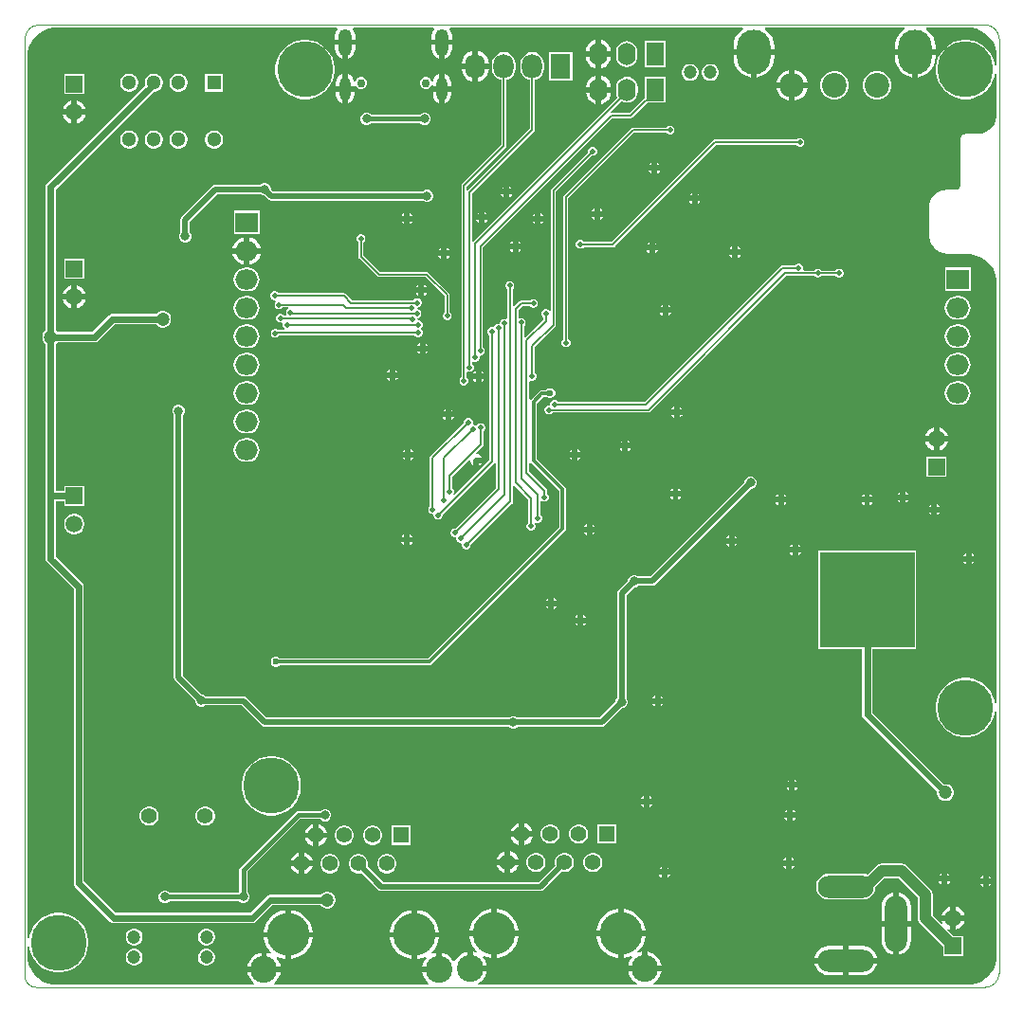
<source format=gbl>
G04*
G04 #@! TF.GenerationSoftware,Altium Limited,Altium Designer,21.0.9 (235)*
G04*
G04 Layer_Physical_Order=2*
G04 Layer_Color=16711680*
%FSLAX25Y25*%
%MOIN*%
G70*
G04*
G04 #@! TF.SameCoordinates,43861E83-1D47-4714-A818-AF3DA279242D*
G04*
G04*
G04 #@! TF.FilePolarity,Positive*
G04*
G01*
G75*
%ADD11C,0.00394*%
%ADD13C,0.00787*%
%ADD15C,0.01575*%
%ADD17C,0.01181*%
%ADD68O,0.07087X0.08661*%
%ADD69R,0.07087X0.08661*%
%ADD79C,0.00551*%
%ADD100R,0.33465X0.33465*%
%ADD117C,0.01968*%
%ADD118C,0.02362*%
%ADD120C,0.03937*%
%ADD121C,0.05512*%
%ADD122C,0.09449*%
%ADD123C,0.14961*%
%ADD124R,0.05512X0.05512*%
%ADD125C,0.05906*%
%ADD126R,0.05906X0.05906*%
%ADD127C,0.05118*%
%ADD128R,0.05118X0.05118*%
%ADD129O,0.04724X0.09449*%
%ADD130O,0.03937X0.08268*%
%ADD131C,0.02953*%
%ADD132O,0.06299X0.07874*%
%ADD133R,0.06299X0.07874*%
%ADD134C,0.04724*%
%ADD135C,0.08661*%
%ADD136O,0.11811X0.15748*%
%ADD137C,0.19685*%
%ADD138O,0.07874X0.07087*%
%ADD139R,0.07874X0.07087*%
%ADD140O,0.19685X0.07874*%
%ADD141O,0.07874X0.19685*%
%ADD142C,0.01575*%
%ADD143C,0.03150*%
%ADD144C,0.01968*%
%ADD145C,0.02362*%
G36*
X716342Y573435D02*
X718162Y572681D01*
X719800Y571586D01*
X721193Y570193D01*
X722287Y568556D01*
X723041Y566736D01*
X723425Y564804D01*
Y560587D01*
X722925Y560547D01*
X722775Y561498D01*
X722267Y563060D01*
X721522Y564523D01*
X720556Y565852D01*
X719395Y567013D01*
X718067Y567978D01*
X716603Y568724D01*
X715041Y569231D01*
X713419Y569488D01*
X711777D01*
X710155Y569231D01*
X708594Y568724D01*
X707130Y567978D01*
X705802Y567013D01*
X704640Y565852D01*
X703675Y564523D01*
X702930Y563060D01*
X702422Y561498D01*
X702165Y559876D01*
Y558234D01*
X702422Y556612D01*
X702930Y555050D01*
X703675Y553587D01*
X704640Y552258D01*
X705802Y551097D01*
X707130Y550132D01*
X708594Y549386D01*
X710155Y548879D01*
X711777Y548622D01*
X713419D01*
X715041Y548879D01*
X716603Y549386D01*
X718067Y550132D01*
X719395Y551097D01*
X720556Y552258D01*
X721522Y553587D01*
X722267Y555050D01*
X722775Y556612D01*
X722925Y557563D01*
X723425Y557523D01*
Y543307D01*
Y542628D01*
X723160Y541297D01*
X722641Y540044D01*
X721887Y538915D01*
X720927Y537956D01*
X719799Y537201D01*
X718545Y536682D01*
X717214Y536417D01*
X712598D01*
X712214Y536379D01*
X711505Y536086D01*
X710962Y535542D01*
X710668Y534833D01*
X710630Y534449D01*
Y518309D01*
X710330Y517586D01*
X709776Y517032D01*
X709053Y516732D01*
X705709D01*
X705130Y516704D01*
X703994Y516478D01*
X702925Y516035D01*
X701962Y515392D01*
X701144Y514573D01*
X700500Y513611D01*
X700057Y512541D01*
X699832Y511406D01*
X699803Y510827D01*
Y500984D01*
X699836Y500309D01*
X700100Y498984D01*
X700617Y497736D01*
X701367Y496613D01*
X702322Y495658D01*
X703445Y494908D01*
X704693Y494391D01*
X706018Y494128D01*
X706693Y494095D01*
X714410D01*
X716342Y493710D01*
X718162Y492956D01*
X719800Y491862D01*
X721193Y490469D01*
X722287Y488831D01*
X723041Y487011D01*
X723425Y485079D01*
Y484094D01*
Y336177D01*
X722925Y336138D01*
X722775Y337089D01*
X722267Y338651D01*
X721522Y340114D01*
X720556Y341442D01*
X719395Y342604D01*
X718067Y343569D01*
X716603Y344314D01*
X715041Y344822D01*
X713419Y345079D01*
X711777D01*
X710155Y344822D01*
X708594Y344314D01*
X707130Y343569D01*
X705802Y342604D01*
X704640Y341442D01*
X703675Y340114D01*
X702930Y338651D01*
X702422Y337089D01*
X702165Y335467D01*
Y333825D01*
X702422Y332203D01*
X702930Y330641D01*
X703675Y329178D01*
X704640Y327849D01*
X705802Y326688D01*
X707130Y325723D01*
X708594Y324977D01*
X710155Y324469D01*
X711777Y324213D01*
X713419D01*
X715041Y324469D01*
X716603Y324977D01*
X718067Y325723D01*
X719395Y326688D01*
X720556Y327849D01*
X721522Y329178D01*
X722267Y330641D01*
X722775Y332203D01*
X722925Y333153D01*
X723425Y333114D01*
Y247047D01*
Y246078D01*
X723047Y244176D01*
X722305Y242385D01*
X721228Y240773D01*
X719857Y239402D01*
X718245Y238325D01*
X716454Y237583D01*
X714552Y237205D01*
X602909D01*
X602631Y237651D01*
X602637Y237705D01*
X603568Y238326D01*
X604390Y239149D01*
X605036Y240116D01*
X605482Y241191D01*
X605629Y241929D01*
X599803D01*
X593978D01*
X594125Y241191D01*
X594570Y240116D01*
X595216Y239149D01*
X596039Y238326D01*
X596969Y237705D01*
X596975Y237651D01*
X596697Y237205D01*
X541492D01*
X541214Y237651D01*
X541220Y237705D01*
X542150Y238326D01*
X542973Y239149D01*
X543619Y240116D01*
X544064Y241191D01*
X544211Y241929D01*
X538386D01*
Y242913D01*
X537402D01*
Y248739D01*
X536663Y248592D01*
X535589Y248147D01*
X534621Y247500D01*
X533799Y246678D01*
X533152Y245711D01*
X533041Y245443D01*
X532505Y245453D01*
X531949Y246284D01*
X531127Y247107D01*
X530160Y247753D01*
X529085Y248198D01*
X528346Y248345D01*
Y242520D01*
X527362D01*
Y241535D01*
X521537D01*
X521684Y240797D01*
X522129Y239722D01*
X522775Y238755D01*
X523598Y237933D01*
X523939Y237705D01*
X523787Y237205D01*
X469520D01*
X469368Y237705D01*
X469709Y237933D01*
X470532Y238755D01*
X471178Y239722D01*
X471623Y240797D01*
X471770Y241535D01*
X465945D01*
X460119D01*
X460266Y240797D01*
X460711Y239722D01*
X461358Y238755D01*
X462180Y237933D01*
X462521Y237705D01*
X462370Y237205D01*
X391889D01*
X389957Y237589D01*
X388137Y238343D01*
X386499Y239437D01*
X385106Y240830D01*
X384012Y242468D01*
X383258Y244288D01*
X382874Y246220D01*
Y250437D01*
X383374Y250476D01*
X383525Y249525D01*
X384032Y247964D01*
X384778Y246500D01*
X385743Y245172D01*
X386904Y244011D01*
X388233Y243045D01*
X389696Y242300D01*
X391258Y241792D01*
X392880Y241535D01*
X394522D01*
X396144Y241792D01*
X397706Y242300D01*
X399169Y243045D01*
X400497Y244011D01*
X401659Y245172D01*
X402624Y246500D01*
X403370Y247964D01*
X403877Y249525D01*
X404134Y251147D01*
Y252790D01*
X403877Y254412D01*
X403370Y255973D01*
X402624Y257437D01*
X401659Y258765D01*
X400497Y259926D01*
X399169Y260892D01*
X397706Y261637D01*
X396144Y262145D01*
X394522Y262402D01*
X392880D01*
X391258Y262145D01*
X389696Y261637D01*
X388233Y260892D01*
X386904Y259926D01*
X385743Y258765D01*
X384778Y257437D01*
X384032Y255973D01*
X383525Y254412D01*
X383374Y253461D01*
X382874Y253500D01*
Y563819D01*
Y564804D01*
X383258Y566736D01*
X384012Y568556D01*
X385106Y570193D01*
X386499Y571586D01*
X388137Y572681D01*
X389957Y573435D01*
X391889Y573819D01*
X491467D01*
X491714Y573319D01*
X491354Y572850D01*
X490997Y571988D01*
X490875Y571063D01*
Y569685D01*
X494449D01*
X498023D01*
Y571063D01*
X497901Y571988D01*
X497544Y572850D01*
X497184Y573319D01*
X497431Y573819D01*
X525483D01*
X525729Y573319D01*
X525370Y572850D01*
X525012Y571988D01*
X524891Y571063D01*
Y569685D01*
X528465D01*
X532038D01*
Y571063D01*
X531917Y571988D01*
X531560Y572850D01*
X531200Y573319D01*
X531446Y573819D01*
X634280D01*
X634402Y573334D01*
X634233Y573244D01*
X633154Y572358D01*
X632268Y571279D01*
X631610Y570048D01*
X631205Y568712D01*
X631068Y567323D01*
Y566339D01*
X638189D01*
X645310D01*
Y567323D01*
X645173Y568712D01*
X644768Y570048D01*
X644110Y571279D01*
X643224Y572358D01*
X642145Y573244D01*
X641976Y573334D01*
X642098Y573819D01*
X690973D01*
X691095Y573334D01*
X690926Y573244D01*
X689847Y572358D01*
X688961Y571279D01*
X688303Y570048D01*
X687898Y568712D01*
X687761Y567323D01*
Y566339D01*
X694882D01*
X702003D01*
Y567323D01*
X701866Y568712D01*
X701461Y570048D01*
X700803Y571279D01*
X699917Y572358D01*
X698838Y573244D01*
X698669Y573334D01*
X698791Y573819D01*
X714410D01*
X716342Y573435D01*
D02*
G37*
%LPC*%
G36*
X584449Y569593D02*
Y565551D01*
X587807D01*
X587684Y566485D01*
X587247Y567538D01*
X586553Y568443D01*
X585649Y569137D01*
X584595Y569574D01*
X584449Y569593D01*
D02*
G37*
G36*
X582480D02*
X582334Y569574D01*
X581281Y569137D01*
X580376Y568443D01*
X579682Y567538D01*
X579245Y566485D01*
X579122Y565551D01*
X582480D01*
Y569593D01*
D02*
G37*
G36*
X493465Y567717D02*
X490875D01*
Y566339D01*
X490997Y565414D01*
X491354Y564552D01*
X491922Y563811D01*
X492662Y563243D01*
X493465Y562911D01*
Y567717D01*
D02*
G37*
G36*
X532038Y567717D02*
X529449D01*
Y562911D01*
X530252Y563243D01*
X530992Y563811D01*
X531560Y564552D01*
X531917Y565414D01*
X532038Y566339D01*
Y567717D01*
D02*
G37*
G36*
X527480D02*
X524891D01*
Y566339D01*
X525012Y565414D01*
X525370Y564552D01*
X525938Y563811D01*
X526678Y563243D01*
X527480Y562911D01*
Y567717D01*
D02*
G37*
G36*
X498023Y567717D02*
X495433D01*
Y562911D01*
X496236Y563243D01*
X496976Y563811D01*
X497544Y564552D01*
X497901Y565414D01*
X498023Y566339D01*
Y567717D01*
D02*
G37*
G36*
X541221Y565659D02*
Y561221D01*
X544976D01*
X544839Y562257D01*
X544363Y563406D01*
X543606Y564393D01*
X542619Y565150D01*
X541469Y565626D01*
X541221Y565659D01*
D02*
G37*
G36*
X539252Y565659D02*
X539003Y565626D01*
X537854Y565150D01*
X536867Y564393D01*
X536109Y563406D01*
X535633Y562257D01*
X535497Y561221D01*
X539252D01*
Y565659D01*
D02*
G37*
G36*
X607205Y569095D02*
X599724D01*
Y560039D01*
X607205D01*
Y569095D01*
D02*
G37*
G36*
X593465Y569127D02*
X592488Y568998D01*
X591578Y568621D01*
X590797Y568022D01*
X590198Y567240D01*
X589821Y566331D01*
X589692Y565354D01*
Y563779D01*
X589821Y562803D01*
X590198Y561893D01*
X590797Y561112D01*
X591578Y560512D01*
X592488Y560136D01*
X593465Y560007D01*
X594441Y560136D01*
X595351Y560512D01*
X596132Y561112D01*
X596732Y561893D01*
X597108Y562803D01*
X597237Y563779D01*
Y565354D01*
X597108Y566331D01*
X596732Y567240D01*
X596132Y568022D01*
X595351Y568621D01*
X594441Y568998D01*
X593465Y569127D01*
D02*
G37*
G36*
X582480Y563583D02*
X579122D01*
X579245Y562649D01*
X579682Y561595D01*
X580376Y560691D01*
X581281Y559997D01*
X582334Y559560D01*
X582480Y559541D01*
Y563583D01*
D02*
G37*
G36*
X587807D02*
X584449D01*
Y559541D01*
X584595Y559560D01*
X585649Y559997D01*
X586553Y560691D01*
X587247Y561595D01*
X587684Y562649D01*
X587807Y563583D01*
D02*
G37*
G36*
X702003Y564370D02*
X695866D01*
Y556362D01*
X696271Y556402D01*
X697607Y556807D01*
X698838Y557465D01*
X699917Y558351D01*
X700803Y559430D01*
X701461Y560661D01*
X701866Y561997D01*
X702003Y563386D01*
Y564370D01*
D02*
G37*
G36*
X645310Y564370D02*
X639173D01*
Y556362D01*
X639578Y556402D01*
X640914Y556807D01*
X642145Y557465D01*
X643224Y558351D01*
X644110Y559430D01*
X644768Y560661D01*
X645173Y561997D01*
X645310Y563386D01*
Y564370D01*
D02*
G37*
G36*
X637205D02*
X631068D01*
Y563386D01*
X631205Y561997D01*
X631610Y560661D01*
X632268Y559430D01*
X633154Y558351D01*
X634233Y557465D01*
X635464Y556807D01*
X636800Y556402D01*
X637205Y556362D01*
Y564370D01*
D02*
G37*
G36*
X693898Y564370D02*
X687761D01*
Y563386D01*
X687898Y561997D01*
X688303Y560661D01*
X688961Y559430D01*
X689847Y558351D01*
X690926Y557465D01*
X692157Y556807D01*
X693493Y556402D01*
X693898Y556362D01*
Y564370D01*
D02*
G37*
G36*
X574370Y565158D02*
X566102D01*
Y555315D01*
X574370D01*
Y565158D01*
D02*
G37*
G36*
X623223Y561024D02*
X622446D01*
X621695Y560822D01*
X621022Y560434D01*
X620472Y559884D01*
X620083Y559211D01*
X619882Y558460D01*
Y557682D01*
X620083Y556931D01*
X620472Y556258D01*
X621022Y555708D01*
X621695Y555319D01*
X622446Y555118D01*
X623223D01*
X623974Y555319D01*
X624648Y555708D01*
X625197Y556258D01*
X625586Y556931D01*
X625787Y557682D01*
Y558460D01*
X625586Y559211D01*
X625197Y559884D01*
X624648Y560434D01*
X623974Y560822D01*
X623223Y561024D01*
D02*
G37*
G36*
X616137D02*
X615359D01*
X614608Y560822D01*
X613935Y560434D01*
X613385Y559884D01*
X612996Y559211D01*
X612795Y558460D01*
Y557682D01*
X612996Y556931D01*
X613385Y556258D01*
X613935Y555708D01*
X614608Y555319D01*
X615359Y555118D01*
X616137D01*
X616888Y555319D01*
X617561Y555708D01*
X618111Y556258D01*
X618500Y556931D01*
X618701Y557682D01*
Y558460D01*
X618500Y559211D01*
X618111Y559884D01*
X617561Y560434D01*
X616888Y560822D01*
X616137Y561024D01*
D02*
G37*
G36*
X527480Y557529D02*
X526876Y557279D01*
X526218Y556774D01*
X525713Y556116D01*
X525396Y555350D01*
X525347Y554974D01*
X524833Y554907D01*
X524587Y555502D01*
X524006Y556083D01*
X523246Y556398D01*
X522424D01*
X521664Y556083D01*
X521082Y555502D01*
X520768Y554742D01*
Y553920D01*
X521082Y553160D01*
X521664Y552578D01*
X522424Y552264D01*
X523246D01*
X524006Y552578D01*
X524587Y553160D01*
X524788Y553645D01*
X525288Y553545D01*
Y553346D01*
X527480D01*
Y557529D01*
D02*
G37*
G36*
X544976Y559252D02*
X541221D01*
Y554813D01*
X541469Y554846D01*
X542619Y555322D01*
X543606Y556079D01*
X544363Y557066D01*
X544839Y558216D01*
X544976Y559252D01*
D02*
G37*
G36*
X539252D02*
X535497D01*
X535633Y558216D01*
X536109Y557066D01*
X536867Y556079D01*
X537854Y555322D01*
X539003Y554846D01*
X539252Y554813D01*
Y559252D01*
D02*
G37*
G36*
X652559Y558986D02*
Y554528D01*
X657017D01*
X656711Y555671D01*
X655985Y556928D01*
X654959Y557954D01*
X653702Y558679D01*
X652559Y558986D01*
D02*
G37*
G36*
X650591Y558986D02*
X649447Y558679D01*
X648190Y557954D01*
X647164Y556928D01*
X646439Y555671D01*
X646132Y554528D01*
X650591D01*
Y558986D01*
D02*
G37*
G36*
X493465Y557529D02*
X492860Y557279D01*
X492203Y556774D01*
X491698Y556116D01*
X491380Y555350D01*
X491272Y554528D01*
Y553346D01*
X493465D01*
Y557529D01*
D02*
G37*
G36*
X529449Y557529D02*
Y553346D01*
X531641D01*
Y554528D01*
X531533Y555350D01*
X531216Y556116D01*
X530711Y556774D01*
X530053Y557279D01*
X529449Y557529D01*
D02*
G37*
G36*
X584528Y556994D02*
Y552953D01*
X587886D01*
X587762Y553886D01*
X587326Y554940D01*
X586632Y555845D01*
X585727Y556539D01*
X584674Y556975D01*
X584528Y556994D01*
D02*
G37*
G36*
X582559D02*
X582413Y556975D01*
X581359Y556539D01*
X580455Y555845D01*
X579761Y554940D01*
X579324Y553886D01*
X579201Y552953D01*
X582559D01*
Y556994D01*
D02*
G37*
G36*
X495433Y557529D02*
Y553346D01*
X497626D01*
Y553545D01*
X498126Y553645D01*
X498326Y553160D01*
X498908Y552578D01*
X499668Y552264D01*
X500490D01*
X501250Y552578D01*
X501831Y553160D01*
X502146Y553920D01*
Y554742D01*
X501831Y555502D01*
X501250Y556083D01*
X500490Y556398D01*
X499668D01*
X498908Y556083D01*
X498326Y555502D01*
X498080Y554907D01*
X497567Y554974D01*
X497517Y555350D01*
X497200Y556116D01*
X496695Y556774D01*
X496037Y557279D01*
X495433Y557529D01*
D02*
G37*
G36*
X451575Y557638D02*
X445276D01*
Y551339D01*
X451575D01*
Y557638D01*
D02*
G37*
G36*
X436241D02*
X435412D01*
X434611Y557423D01*
X433893Y557009D01*
X433307Y556422D01*
X432892Y555704D01*
X432677Y554903D01*
Y554073D01*
X432892Y553272D01*
X433307Y552554D01*
X433893Y551968D01*
X434611Y551553D01*
X435412Y551339D01*
X436241D01*
X437043Y551553D01*
X437761Y551968D01*
X438347Y552554D01*
X438762Y553272D01*
X438976Y554073D01*
Y554903D01*
X438762Y555704D01*
X438347Y556422D01*
X437761Y557009D01*
X437043Y557423D01*
X436241Y557638D01*
D02*
G37*
G36*
X418919D02*
X418089D01*
X417288Y557423D01*
X416570Y557009D01*
X415984Y556422D01*
X415569Y555704D01*
X415354Y554903D01*
Y554073D01*
X415569Y553272D01*
X415984Y552554D01*
X416570Y551968D01*
X417288Y551553D01*
X418089Y551339D01*
X418919D01*
X419720Y551553D01*
X420438Y551968D01*
X421024Y552554D01*
X421439Y553272D01*
X421654Y554073D01*
Y554903D01*
X421439Y555704D01*
X421024Y556422D01*
X420438Y557009D01*
X419720Y557423D01*
X418919Y557638D01*
D02*
G37*
G36*
X402756Y557480D02*
X395669D01*
Y550394D01*
X402756D01*
Y557480D01*
D02*
G37*
G36*
X682144Y558465D02*
X680848D01*
X679597Y558129D01*
X678474Y557481D01*
X677558Y556565D01*
X676910Y555443D01*
X676575Y554191D01*
Y552895D01*
X676910Y551644D01*
X677558Y550522D01*
X678474Y549605D01*
X679597Y548957D01*
X680848Y548622D01*
X682144D01*
X683396Y548957D01*
X684518Y549605D01*
X685434Y550522D01*
X686082Y551644D01*
X686417Y552895D01*
Y554191D01*
X686082Y555443D01*
X685434Y556565D01*
X684518Y557481D01*
X683396Y558129D01*
X682144Y558465D01*
D02*
G37*
G36*
X667183D02*
X665887D01*
X664636Y558129D01*
X663514Y557481D01*
X662597Y556565D01*
X661949Y555443D01*
X661614Y554191D01*
Y552895D01*
X661949Y551644D01*
X662597Y550522D01*
X663514Y549605D01*
X664636Y548957D01*
X665887Y548622D01*
X667183D01*
X668435Y548957D01*
X669557Y549605D01*
X670473Y550522D01*
X671121Y551644D01*
X671457Y552895D01*
Y554191D01*
X671121Y555443D01*
X670473Y556565D01*
X669557Y557481D01*
X668435Y558129D01*
X667183Y558465D01*
D02*
G37*
G36*
X481136Y569488D02*
X479494D01*
X477872Y569231D01*
X476310Y568724D01*
X474847Y567978D01*
X473518Y567013D01*
X472357Y565852D01*
X471392Y564523D01*
X470646Y563060D01*
X470139Y561498D01*
X469882Y559876D01*
Y558234D01*
X470139Y556612D01*
X470646Y555050D01*
X471392Y553587D01*
X472357Y552258D01*
X473518Y551097D01*
X474847Y550132D01*
X476310Y549386D01*
X477872Y548879D01*
X479494Y548622D01*
X481136D01*
X482758Y548879D01*
X484320Y549386D01*
X485783Y550132D01*
X487112Y551097D01*
X488273Y552258D01*
X489238Y553587D01*
X489984Y555050D01*
X490491Y556612D01*
X490748Y558234D01*
Y559876D01*
X490491Y561498D01*
X489984Y563060D01*
X489238Y564523D01*
X488273Y565852D01*
X487112Y567013D01*
X485783Y567978D01*
X484320Y568724D01*
X482758Y569231D01*
X481136Y569488D01*
D02*
G37*
G36*
X650591Y552559D02*
X646132D01*
X646439Y551416D01*
X647164Y550159D01*
X648190Y549133D01*
X649447Y548407D01*
X650591Y548101D01*
Y552559D01*
D02*
G37*
G36*
X657017D02*
X652559D01*
Y548101D01*
X653702Y548407D01*
X654959Y549133D01*
X655985Y550159D01*
X656711Y551416D01*
X657017Y552559D01*
D02*
G37*
G36*
X493465Y551378D02*
X491272D01*
Y550197D01*
X491380Y549375D01*
X491698Y548608D01*
X492203Y547951D01*
X492860Y547446D01*
X493465Y547195D01*
Y551378D01*
D02*
G37*
G36*
X527480Y551378D02*
X525288D01*
Y550197D01*
X525396Y549375D01*
X525713Y548608D01*
X526218Y547951D01*
X526876Y547446D01*
X527480Y547195D01*
Y551378D01*
D02*
G37*
G36*
X531641D02*
X529449D01*
Y547195D01*
X530053Y547446D01*
X530711Y547951D01*
X531216Y548608D01*
X531533Y549375D01*
X531641Y550197D01*
Y551378D01*
D02*
G37*
G36*
X497626Y551378D02*
X495433D01*
Y547195D01*
X496037Y547446D01*
X496695Y547951D01*
X497200Y548608D01*
X497517Y549375D01*
X497626Y550197D01*
Y551378D01*
D02*
G37*
G36*
X587886Y550984D02*
X584528D01*
Y546943D01*
X584674Y546962D01*
X585727Y547398D01*
X586632Y548092D01*
X587326Y548997D01*
X587762Y550051D01*
X587886Y550984D01*
D02*
G37*
G36*
X582559D02*
X579201D01*
X579324Y550051D01*
X579761Y548997D01*
X580455Y548092D01*
X581359Y547398D01*
X582413Y546962D01*
X582559Y546943D01*
Y550984D01*
D02*
G37*
G36*
X400197Y548110D02*
Y545079D01*
X403229D01*
X403065Y545690D01*
X402521Y546633D01*
X401751Y547402D01*
X400808Y547947D01*
X400197Y548110D01*
D02*
G37*
G36*
X398228Y548110D02*
X397617Y547947D01*
X396674Y547402D01*
X395905Y546633D01*
X395360Y545690D01*
X395197Y545079D01*
X398228D01*
Y548110D01*
D02*
G37*
G36*
X522872Y543898D02*
X522010D01*
X521214Y543568D01*
X520784Y543137D01*
X503626D01*
X503195Y543568D01*
X502399Y543898D01*
X501538D01*
X500742Y543568D01*
X500133Y542959D01*
X499803Y542163D01*
Y541302D01*
X500133Y540506D01*
X500742Y539897D01*
X501538Y539567D01*
X502399D01*
X503195Y539897D01*
X503626Y540327D01*
X520784D01*
X521214Y539897D01*
X522010Y539567D01*
X522872D01*
X523667Y539897D01*
X524277Y540506D01*
X524606Y541302D01*
Y542163D01*
X524277Y542959D01*
X523667Y543568D01*
X522872Y543898D01*
D02*
G37*
G36*
X403229Y543110D02*
X400197D01*
Y540078D01*
X400808Y540242D01*
X401751Y540787D01*
X402521Y541556D01*
X403065Y542499D01*
X403229Y543110D01*
D02*
G37*
G36*
X398228D02*
X395197D01*
X395360Y542499D01*
X395905Y541556D01*
X396674Y540787D01*
X397617Y540242D01*
X398228Y540078D01*
Y543110D01*
D02*
G37*
G36*
X608975Y539370D02*
X608348D01*
X607769Y539130D01*
X607326Y538687D01*
X607323Y538678D01*
X595669D01*
X595331Y538611D01*
X595045Y538420D01*
X571423Y514798D01*
X571231Y514511D01*
X571164Y514173D01*
Y464331D01*
X571155Y464327D01*
X570712Y463884D01*
X570472Y463305D01*
Y462679D01*
X570712Y462100D01*
X571155Y461657D01*
X571734Y461417D01*
X572361D01*
X572939Y461657D01*
X573382Y462100D01*
X573622Y462679D01*
Y463305D01*
X573382Y463884D01*
X572939Y464327D01*
X572930Y464331D01*
Y513807D01*
X596035Y536912D01*
X607323D01*
X607326Y536903D01*
X607769Y536460D01*
X608348Y536221D01*
X608975D01*
X609553Y536460D01*
X609997Y536903D01*
X610236Y537482D01*
Y538108D01*
X609997Y538687D01*
X609553Y539130D01*
X608975Y539370D01*
D02*
G37*
G36*
X654644Y535039D02*
X654017D01*
X653439Y534800D01*
X653107Y534468D01*
X624409D01*
X624025Y534392D01*
X623700Y534174D01*
X588167Y498641D01*
X578389D01*
X578057Y498973D01*
X577479Y499213D01*
X576852D01*
X576273Y498973D01*
X575830Y498530D01*
X575591Y497951D01*
Y497325D01*
X575830Y496746D01*
X576273Y496303D01*
X576852Y496063D01*
X577479D01*
X578057Y496303D01*
X578389Y496634D01*
X588583D01*
X588967Y496711D01*
X589292Y496928D01*
X624825Y532461D01*
X653107D01*
X653439Y532129D01*
X654017Y531890D01*
X654644D01*
X655223Y532129D01*
X655666Y532573D01*
X655905Y533151D01*
Y533778D01*
X655666Y534357D01*
X655223Y534800D01*
X654644Y535039D01*
D02*
G37*
G36*
X448840Y537638D02*
X448011D01*
X447210Y537423D01*
X446491Y537008D01*
X445905Y536422D01*
X445490Y535704D01*
X445276Y534903D01*
Y534073D01*
X445490Y533273D01*
X445905Y532554D01*
X446491Y531968D01*
X447210Y531553D01*
X448011Y531339D01*
X448840D01*
X449641Y531553D01*
X450359Y531968D01*
X450946Y532554D01*
X451360Y533273D01*
X451575Y534073D01*
Y534903D01*
X451360Y535704D01*
X450946Y536422D01*
X450359Y537008D01*
X449641Y537423D01*
X448840Y537638D01*
D02*
G37*
G36*
X436241D02*
X435412D01*
X434611Y537423D01*
X433893Y537008D01*
X433307Y536422D01*
X432892Y535704D01*
X432677Y534903D01*
Y534073D01*
X432892Y533273D01*
X433307Y532554D01*
X433893Y531968D01*
X434611Y531553D01*
X435412Y531339D01*
X436241D01*
X437043Y531553D01*
X437761Y531968D01*
X438347Y532554D01*
X438762Y533273D01*
X438976Y534073D01*
Y534903D01*
X438762Y535704D01*
X438347Y536422D01*
X437761Y537008D01*
X437043Y537423D01*
X436241Y537638D01*
D02*
G37*
G36*
X427580D02*
X426751D01*
X425950Y537423D01*
X425232Y537008D01*
X424645Y536422D01*
X424230Y535704D01*
X424016Y534903D01*
Y534073D01*
X424230Y533273D01*
X424645Y532554D01*
X425232Y531968D01*
X425950Y531553D01*
X426751Y531339D01*
X427580D01*
X428381Y531553D01*
X429099Y531968D01*
X429686Y532554D01*
X430100Y533273D01*
X430315Y534073D01*
Y534903D01*
X430100Y535704D01*
X429686Y536422D01*
X429099Y537008D01*
X428381Y537423D01*
X427580Y537638D01*
D02*
G37*
G36*
X418919D02*
X418089D01*
X417288Y537423D01*
X416570Y537008D01*
X415984Y536422D01*
X415569Y535704D01*
X415354Y534903D01*
Y534073D01*
X415569Y533273D01*
X415984Y532554D01*
X416570Y531968D01*
X417288Y531553D01*
X418089Y531339D01*
X418919D01*
X419720Y531553D01*
X420438Y531968D01*
X421024Y532554D01*
X421439Y533273D01*
X421654Y534073D01*
Y534903D01*
X421439Y535704D01*
X421024Y536422D01*
X420438Y537008D01*
X419720Y537423D01*
X418919Y537638D01*
D02*
G37*
G36*
X581809Y531890D02*
X581183D01*
X580604Y531650D01*
X580161Y531207D01*
X579921Y530628D01*
Y530002D01*
X579925Y529993D01*
X567092Y517160D01*
X566901Y516873D01*
X566833Y516535D01*
Y474129D01*
X566333Y474029D01*
X566296Y474120D01*
X565853Y474563D01*
X565274Y474803D01*
X564647D01*
X564069Y474563D01*
X563626Y474120D01*
X563386Y473542D01*
Y472915D01*
X563626Y472336D01*
X563957Y472005D01*
Y470888D01*
X557803Y464734D01*
X557303Y464941D01*
Y468855D01*
X557634Y469187D01*
X557874Y469766D01*
Y470392D01*
X557634Y470971D01*
X557191Y471414D01*
X556612Y471654D01*
X555986D01*
X555834Y471591D01*
X555334Y471925D01*
Y474388D01*
X556715Y475768D01*
X559406D01*
X559738Y475437D01*
X560317Y475197D01*
X560943D01*
X561522Y475437D01*
X561965Y475880D01*
X562205Y476458D01*
Y477085D01*
X561965Y477664D01*
X561522Y478107D01*
X560943Y478346D01*
X560317D01*
X559738Y478107D01*
X559406Y477775D01*
X556299D01*
X555915Y477699D01*
X555590Y477481D01*
X553866Y475757D01*
X553366Y475964D01*
Y481847D01*
X553697Y482179D01*
X553937Y482758D01*
Y483384D01*
X553697Y483963D01*
X553254Y484406D01*
X552675Y484646D01*
X552049D01*
X551470Y484406D01*
X551027Y483963D01*
X550787Y483384D01*
Y482758D01*
X551027Y482179D01*
X551359Y481847D01*
Y471591D01*
X550859Y471257D01*
X550707Y471320D01*
X550080D01*
X549502Y471080D01*
X549059Y470637D01*
X548819Y470059D01*
Y469739D01*
X548738Y469685D01*
X548112D01*
X547533Y469445D01*
X547090Y469002D01*
X546989Y468759D01*
X546388Y468499D01*
X546376Y468504D01*
X545750D01*
X545171Y468264D01*
X544728Y467821D01*
X544488Y467242D01*
Y466616D01*
X544728Y466037D01*
X545059Y465706D01*
Y421675D01*
X532807Y409423D01*
X532437Y409738D01*
X532677Y410317D01*
Y410943D01*
X532437Y411522D01*
X532106Y411854D01*
Y415923D01*
X537886Y421703D01*
X538386Y421496D01*
Y421223D01*
X538716Y420427D01*
X539325Y419818D01*
X539567Y419718D01*
Y421654D01*
X540551D01*
Y422638D01*
X542487D01*
X542387Y422880D01*
X541778Y423489D01*
X540982Y423819D01*
X540709D01*
X540502Y424319D01*
X542836Y426653D01*
X543053Y426978D01*
X543129Y427362D01*
Y431847D01*
X543461Y432179D01*
X543701Y432758D01*
Y433384D01*
X543461Y433963D01*
X543018Y434406D01*
X542439Y434646D01*
X541813D01*
X541234Y434406D01*
X540791Y433963D01*
X540391Y433883D01*
X540262Y434012D01*
X539683Y434252D01*
X539624D01*
X539346Y434668D01*
X539370Y434726D01*
Y435353D01*
X539130Y435931D01*
X538687Y436374D01*
X538108Y436614D01*
X537482D01*
X536903Y436374D01*
X536460Y435931D01*
X536221Y435353D01*
Y434884D01*
X524487Y423150D01*
X524270Y422825D01*
X524193Y422441D01*
Y405554D01*
X523862Y405223D01*
X523622Y404644D01*
Y404017D01*
X523862Y403439D01*
X524305Y402996D01*
X524884Y402756D01*
X525129D01*
X525522Y402687D01*
X525591Y402294D01*
Y402049D01*
X525830Y401470D01*
X526273Y401027D01*
X526852Y400787D01*
X527479D01*
X528057Y401027D01*
X528500Y401470D01*
X528740Y402049D01*
Y402518D01*
X546773Y420550D01*
X546922Y420773D01*
X547422Y420678D01*
Y411833D01*
X533226Y397638D01*
X532758D01*
X532179Y397398D01*
X531736Y396955D01*
X531496Y396376D01*
Y395750D01*
X531736Y395171D01*
X532179Y394728D01*
X532758Y394488D01*
X533003D01*
X533396Y394420D01*
X533465Y394026D01*
Y393781D01*
X533704Y393202D01*
X534147Y392759D01*
X534726Y392520D01*
X535088D01*
X535437Y392055D01*
X535433Y392045D01*
Y391419D01*
X535673Y390840D01*
X536116Y390397D01*
X536695Y390158D01*
X537321D01*
X537900Y390397D01*
X538343Y390840D01*
X538583Y391419D01*
Y391888D01*
X553072Y406377D01*
X553289Y406703D01*
X553366Y407087D01*
Y412618D01*
X553866Y412825D01*
X558839Y407852D01*
Y399649D01*
X558507Y399317D01*
X558268Y398739D01*
Y398112D01*
X558507Y397533D01*
X558951Y397090D01*
X559529Y396850D01*
X560156D01*
X560735Y397090D01*
X561178Y397533D01*
X561417Y398112D01*
Y398739D01*
X561178Y399317D01*
X561033Y399462D01*
X561313Y399846D01*
X561892Y399606D01*
X562518D01*
X563097Y399846D01*
X563540Y400289D01*
X563779Y400868D01*
Y401494D01*
X563540Y402073D01*
X563208Y402405D01*
Y407086D01*
X563675Y407326D01*
X564254Y407087D01*
X564880D01*
X565459Y407326D01*
X565902Y407769D01*
X566142Y408348D01*
Y408975D01*
X565902Y409553D01*
X565570Y409885D01*
Y411024D01*
X565494Y411408D01*
X565276Y411733D01*
X559271Y417738D01*
Y420661D01*
X559771Y420813D01*
X559778Y420802D01*
X569662Y410919D01*
Y398137D01*
X562534Y391009D01*
X523517Y351992D01*
X471380D01*
X471082Y352289D01*
X470431Y352559D01*
X469726D01*
X469075Y352289D01*
X468577Y351791D01*
X468307Y351140D01*
Y350435D01*
X468577Y349784D01*
X469075Y349286D01*
X469726Y349016D01*
X470431D01*
X471082Y349286D01*
X471380Y349583D01*
X524016D01*
X524016Y349583D01*
X524477Y349675D01*
X524867Y349936D01*
X564237Y389306D01*
X564237Y389306D01*
X564237Y389306D01*
X571718Y396786D01*
X571718Y396786D01*
X571979Y397177D01*
X572070Y397638D01*
X572070Y397638D01*
Y411417D01*
X571979Y411878D01*
X571718Y412269D01*
X561834Y422152D01*
Y441627D01*
X564081Y443875D01*
X565431D01*
X565532Y443774D01*
X566183Y443504D01*
X566888D01*
X567539Y443774D01*
X568037Y444272D01*
X568307Y444923D01*
Y445628D01*
X568037Y446279D01*
X567539Y446777D01*
X566888Y447047D01*
X566183D01*
X565532Y446777D01*
X565037Y446283D01*
X563583D01*
X563122Y446191D01*
X562731Y445930D01*
X562731Y445930D01*
X559778Y442978D01*
X559771Y442967D01*
X559271Y443118D01*
Y449335D01*
X559771Y449669D01*
X559923Y449606D01*
X560549D01*
X561128Y449846D01*
X561571Y450289D01*
X561811Y450868D01*
Y451494D01*
X561571Y452073D01*
X561128Y452516D01*
X561119Y452520D01*
Y461445D01*
X568341Y468667D01*
X568532Y468953D01*
X568600Y469291D01*
Y516170D01*
X581174Y528744D01*
X581183Y528740D01*
X581809D01*
X582388Y528980D01*
X582831Y529423D01*
X583071Y530002D01*
Y530628D01*
X582831Y531207D01*
X582388Y531650D01*
X581809Y531890D01*
D02*
G37*
G36*
X604134Y526345D02*
Y525394D01*
X605086D01*
X604985Y525636D01*
X604376Y526245D01*
X604134Y526345D01*
D02*
G37*
G36*
X602165D02*
X601923Y526245D01*
X601314Y525636D01*
X601214Y525394D01*
X602165D01*
Y526345D01*
D02*
G37*
G36*
X605086Y523425D02*
X604134D01*
Y522473D01*
X604376Y522574D01*
X604985Y523183D01*
X605086Y523425D01*
D02*
G37*
G36*
X602165D02*
X601214D01*
X601314Y523183D01*
X601923Y522574D01*
X602165Y522473D01*
Y523425D01*
D02*
G37*
G36*
X552165Y518078D02*
Y517126D01*
X553117D01*
X553017Y517368D01*
X552408Y517977D01*
X552165Y518078D01*
D02*
G37*
G36*
X550197D02*
X549955Y517977D01*
X549345Y517368D01*
X549245Y517126D01*
X550197D01*
Y518078D01*
D02*
G37*
G36*
X560236Y565193D02*
X559157Y565051D01*
X558151Y564635D01*
X557288Y563972D01*
X556625Y563108D01*
X556209Y562103D01*
X556067Y561024D01*
Y559449D01*
X556209Y558370D01*
X556625Y557364D01*
X557288Y556500D01*
X558151Y555838D01*
X559157Y555421D01*
X559353Y555396D01*
Y538161D01*
X537604Y516411D01*
X537439Y516430D01*
X537104Y516583D01*
Y517744D01*
X550861Y531501D01*
X551052Y531788D01*
X551119Y532126D01*
Y555396D01*
X551315Y555421D01*
X552321Y555838D01*
X553185Y556500D01*
X553847Y557364D01*
X554264Y558370D01*
X554406Y559449D01*
Y561024D01*
X554264Y562103D01*
X553847Y563108D01*
X553185Y563972D01*
X552321Y564635D01*
X551315Y565051D01*
X550236Y565193D01*
X549157Y565051D01*
X548151Y564635D01*
X547288Y563972D01*
X546625Y563108D01*
X546209Y562103D01*
X546067Y561024D01*
Y559449D01*
X546209Y558370D01*
X546625Y557364D01*
X547288Y556500D01*
X548151Y555838D01*
X549157Y555421D01*
X549353Y555396D01*
Y532492D01*
X535596Y518735D01*
X535405Y518448D01*
X535337Y518110D01*
Y450945D01*
X535328Y450941D01*
X534885Y450498D01*
X534646Y449920D01*
Y449293D01*
X534885Y448714D01*
X535328Y448271D01*
X535907Y448032D01*
X536534D01*
X537113Y448271D01*
X537556Y448714D01*
X537795Y449293D01*
Y449920D01*
X537556Y450498D01*
X537113Y450941D01*
X537104Y450945D01*
Y452536D01*
X537604Y452869D01*
X537876Y452756D01*
X538502D01*
X539081Y452996D01*
X539524Y453439D01*
X539764Y454017D01*
Y454644D01*
X539524Y455223D01*
X539128Y455619D01*
X539156Y456135D01*
X539572Y456412D01*
X539844Y456299D01*
X540471D01*
X541049Y456539D01*
X541493Y456982D01*
X541732Y457561D01*
Y458187D01*
X542118Y458563D01*
X542341D01*
X542920Y458803D01*
X543363Y459246D01*
X543602Y459825D01*
Y460451D01*
X543363Y461030D01*
X542920Y461473D01*
X542911Y461477D01*
Y496386D01*
X588555Y542030D01*
X594882D01*
X595220Y542098D01*
X595506Y542289D01*
X600641Y547424D01*
X600669D01*
X600755Y547441D01*
X607283D01*
Y556496D01*
X599803D01*
Y549033D01*
X599651Y548932D01*
X594516Y543796D01*
X588189D01*
X588096Y543778D01*
X587850Y544239D01*
X591582Y547971D01*
X591657Y547914D01*
X592567Y547537D01*
X593543Y547409D01*
X594520Y547537D01*
X595430Y547914D01*
X596211Y548514D01*
X596810Y549295D01*
X597187Y550205D01*
X597316Y551181D01*
Y552756D01*
X597187Y553732D01*
X596810Y554642D01*
X596211Y555423D01*
X595430Y556023D01*
X594520Y556400D01*
X593543Y556528D01*
X592567Y556400D01*
X591657Y556023D01*
X590876Y555423D01*
X590276Y554642D01*
X589899Y553732D01*
X589771Y552756D01*
Y551181D01*
X589899Y550205D01*
X590276Y549295D01*
X590334Y549220D01*
X539572Y498459D01*
X539407Y498477D01*
X539072Y498630D01*
Y515382D01*
X560861Y537171D01*
X561052Y537457D01*
X561119Y537795D01*
Y555396D01*
X561315Y555421D01*
X562321Y555838D01*
X563184Y556500D01*
X563847Y557364D01*
X564264Y558370D01*
X564406Y559449D01*
Y561024D01*
X564264Y562103D01*
X563847Y563108D01*
X563184Y563972D01*
X562321Y564635D01*
X561315Y565051D01*
X560236Y565193D01*
D02*
G37*
G36*
X618307Y515716D02*
Y514764D01*
X619259D01*
X619159Y515006D01*
X618549Y515615D01*
X618307Y515716D01*
D02*
G37*
G36*
X616339D02*
X616096Y515615D01*
X615487Y515006D01*
X615387Y514764D01*
X616339D01*
Y515716D01*
D02*
G37*
G36*
X553117Y515158D02*
X552165D01*
Y514206D01*
X552408Y514306D01*
X553017Y514915D01*
X553117Y515158D01*
D02*
G37*
G36*
X550197D02*
X549245D01*
X549345Y514915D01*
X549955Y514306D01*
X550197Y514206D01*
Y515158D01*
D02*
G37*
G36*
X466572Y519095D02*
X465711D01*
X464915Y518765D01*
X464685Y518535D01*
X448819D01*
X448204Y518413D01*
X447683Y518064D01*
X447683Y518064D01*
X437054Y507435D01*
X436706Y506914D01*
X436583Y506299D01*
X436583Y506299D01*
Y501850D01*
X436353Y501620D01*
X436024Y500824D01*
Y499963D01*
X436353Y499167D01*
X436962Y498558D01*
X437758Y498228D01*
X438620D01*
X439416Y498558D01*
X440025Y499167D01*
X440354Y499963D01*
Y500824D01*
X440025Y501620D01*
X439795Y501850D01*
Y505634D01*
X449484Y515323D01*
X464685D01*
X464915Y515093D01*
X465711Y514764D01*
X466036D01*
X467369Y513432D01*
X467369Y513432D01*
X467889Y513084D01*
X468504Y512961D01*
X468504Y512961D01*
X521772D01*
X522002Y512731D01*
X522798Y512402D01*
X523659D01*
X524455Y512731D01*
X525064Y513340D01*
X525394Y514136D01*
Y514998D01*
X525064Y515794D01*
X524455Y516403D01*
X523659Y516732D01*
X522798D01*
X522002Y516403D01*
X521772Y516173D01*
X469169D01*
X468307Y517034D01*
Y517360D01*
X467977Y518156D01*
X467368Y518765D01*
X466572Y519095D01*
D02*
G37*
G36*
X619259Y512795D02*
X618307D01*
Y511843D01*
X618549Y511944D01*
X619159Y512553D01*
X619259Y512795D01*
D02*
G37*
G36*
X616339D02*
X615387D01*
X615487Y512553D01*
X616096Y511944D01*
X616339Y511843D01*
Y512795D01*
D02*
G37*
G36*
X584055Y510204D02*
Y509252D01*
X585007D01*
X584907Y509494D01*
X584297Y510103D01*
X584055Y510204D01*
D02*
G37*
G36*
X582087D02*
X581844Y510103D01*
X581235Y509494D01*
X581135Y509252D01*
X582087D01*
Y510204D01*
D02*
G37*
G36*
X543504Y509023D02*
Y508071D01*
X544456D01*
X544355Y508313D01*
X543746Y508922D01*
X543504Y509023D01*
D02*
G37*
G36*
X541535D02*
X541293Y508922D01*
X540684Y508313D01*
X540584Y508071D01*
X541535D01*
Y509023D01*
D02*
G37*
G36*
X563189Y508629D02*
Y507677D01*
X564141D01*
X564040Y507920D01*
X563431Y508529D01*
X563189Y508629D01*
D02*
G37*
G36*
X561221D02*
X560978Y508529D01*
X560369Y507920D01*
X560269Y507677D01*
X561221D01*
Y508629D01*
D02*
G37*
G36*
X517126D02*
Y507677D01*
X518078D01*
X517977Y507920D01*
X517368Y508529D01*
X517126Y508629D01*
D02*
G37*
G36*
X515158D02*
X514915Y508529D01*
X514306Y507920D01*
X514206Y507677D01*
X515158D01*
Y508629D01*
D02*
G37*
G36*
X585007Y507283D02*
X584055D01*
Y506332D01*
X584297Y506432D01*
X584907Y507041D01*
X585007Y507283D01*
D02*
G37*
G36*
X582087D02*
X581135D01*
X581235Y507041D01*
X581844Y506432D01*
X582087Y506332D01*
Y507283D01*
D02*
G37*
G36*
X544456Y506102D02*
X543504D01*
Y505151D01*
X543746Y505251D01*
X544355Y505860D01*
X544456Y506102D01*
D02*
G37*
G36*
X541535D02*
X540584D01*
X540684Y505860D01*
X541293Y505251D01*
X541535Y505151D01*
Y506102D01*
D02*
G37*
G36*
X564141Y505709D02*
X563189D01*
Y504757D01*
X563431Y504857D01*
X564040Y505466D01*
X564141Y505709D01*
D02*
G37*
G36*
X561221D02*
X560269D01*
X560369Y505466D01*
X560978Y504857D01*
X561221Y504757D01*
Y505709D01*
D02*
G37*
G36*
X518078D02*
X517126D01*
Y504757D01*
X517368Y504857D01*
X517977Y505466D01*
X518078Y505709D01*
D02*
G37*
G36*
X515158D02*
X514206D01*
X514306Y505466D01*
X514915Y504857D01*
X515158Y504757D01*
Y505709D01*
D02*
G37*
G36*
X464370Y509409D02*
X455315D01*
Y501142D01*
X464370D01*
Y509409D01*
D02*
G37*
G36*
X555315Y498786D02*
Y497835D01*
X556267D01*
X556166Y498077D01*
X555557Y498686D01*
X555315Y498786D01*
D02*
G37*
G36*
X553346D02*
X553104Y498686D01*
X552495Y498077D01*
X552395Y497835D01*
X553346D01*
Y498786D01*
D02*
G37*
G36*
X603346Y498393D02*
Y497441D01*
X604298D01*
X604198Y497683D01*
X603589Y498292D01*
X603346Y498393D01*
D02*
G37*
G36*
X601378D02*
X601136Y498292D01*
X600527Y497683D01*
X600426Y497441D01*
X601378D01*
Y498393D01*
D02*
G37*
G36*
X460827Y499963D02*
Y496260D01*
X464872D01*
X464839Y496509D01*
X464363Y497658D01*
X463606Y498645D01*
X462619Y499402D01*
X461470Y499878D01*
X460827Y499963D01*
D02*
G37*
G36*
X458858Y499963D02*
X458216Y499878D01*
X457066Y499402D01*
X456079Y498645D01*
X455322Y497658D01*
X454846Y496509D01*
X454813Y496260D01*
X458858D01*
Y499963D01*
D02*
G37*
G36*
X632480Y496818D02*
Y495866D01*
X633432D01*
X633332Y496108D01*
X632723Y496718D01*
X632480Y496818D01*
D02*
G37*
G36*
X630512D02*
X630269Y496718D01*
X629660Y496108D01*
X629560Y495866D01*
X630512D01*
Y496818D01*
D02*
G37*
G36*
X530118Y496424D02*
Y495472D01*
X531070D01*
X530969Y495715D01*
X530360Y496324D01*
X530118Y496424D01*
D02*
G37*
G36*
X528150D02*
X527907Y496324D01*
X527298Y495715D01*
X527198Y495472D01*
X528150D01*
Y496424D01*
D02*
G37*
G36*
X556267Y495866D02*
X555315D01*
Y494914D01*
X555557Y495015D01*
X556166Y495624D01*
X556267Y495866D01*
D02*
G37*
G36*
X553346D02*
X552395D01*
X552495Y495624D01*
X553104Y495015D01*
X553346Y494914D01*
Y495866D01*
D02*
G37*
G36*
X604298Y495472D02*
X603346D01*
Y494521D01*
X603589Y494621D01*
X604198Y495230D01*
X604298Y495472D01*
D02*
G37*
G36*
X601378D02*
X600426D01*
X600527Y495230D01*
X601136Y494621D01*
X601378Y494521D01*
Y495472D01*
D02*
G37*
G36*
X633432Y493898D02*
X632480D01*
Y492946D01*
X632723Y493046D01*
X633332Y493655D01*
X633432Y493898D01*
D02*
G37*
G36*
X630512D02*
X629560D01*
X629660Y493655D01*
X630269Y493046D01*
X630512Y492946D01*
Y493898D01*
D02*
G37*
G36*
X531070Y493504D02*
X530118D01*
Y492552D01*
X530360Y492653D01*
X530969Y493262D01*
X531070Y493504D01*
D02*
G37*
G36*
X528150D02*
X527198D01*
X527298Y493262D01*
X527907Y492653D01*
X528150Y492552D01*
Y493504D01*
D02*
G37*
G36*
X464872Y494291D02*
X460827D01*
Y490588D01*
X461470Y490673D01*
X462619Y491149D01*
X463606Y491906D01*
X464363Y492893D01*
X464839Y494042D01*
X464872Y494291D01*
D02*
G37*
G36*
X458858D02*
X454813D01*
X454846Y494042D01*
X455322Y492893D01*
X456079Y491906D01*
X457066Y491149D01*
X458216Y490673D01*
X458858Y490588D01*
Y494291D01*
D02*
G37*
G36*
X654250Y490945D02*
X653624D01*
X653045Y490705D01*
X652602Y490262D01*
X652598Y490253D01*
X648032D01*
X647693Y490186D01*
X647407Y489994D01*
X599634Y442222D01*
X569449D01*
X569445Y442231D01*
X569002Y442674D01*
X568424Y442913D01*
X567797D01*
X567218Y442674D01*
X566775Y442231D01*
X566535Y441652D01*
Y441407D01*
X566467Y441013D01*
X566074Y440945D01*
X565829D01*
X565250Y440705D01*
X564807Y440262D01*
X564567Y439683D01*
Y439057D01*
X564807Y438478D01*
X565250Y438035D01*
X565829Y437795D01*
X566455D01*
X567034Y438035D01*
X567477Y438478D01*
X567481Y438487D01*
X601181D01*
X601519Y438554D01*
X601806Y438746D01*
X649578Y486518D01*
X659291D01*
X659295Y486510D01*
X659738Y486066D01*
X660317Y485827D01*
X660943D01*
X661522Y486066D01*
X661965Y486510D01*
X661969Y486518D01*
X666772D01*
X666775Y486510D01*
X667218Y486066D01*
X667797Y485827D01*
X668424D01*
X669002Y486066D01*
X669445Y486510D01*
X669685Y487088D01*
Y487715D01*
X669445Y488294D01*
X669002Y488737D01*
X668424Y488976D01*
X667797D01*
X667218Y488737D01*
X666775Y488294D01*
X666772Y488285D01*
X661969D01*
X661965Y488294D01*
X661522Y488737D01*
X660943Y488976D01*
X660317D01*
X659738Y488737D01*
X659295Y488294D01*
X659291Y488285D01*
X655732D01*
X655399Y488785D01*
X655512Y489057D01*
Y489683D01*
X655272Y490262D01*
X654829Y490705D01*
X654250Y490945D01*
D02*
G37*
G36*
X402756Y492520D02*
X395669D01*
Y485433D01*
X402756D01*
Y492520D01*
D02*
G37*
G36*
X522244Y483432D02*
Y482480D01*
X523196D01*
X523096Y482723D01*
X522486Y483332D01*
X522244Y483432D01*
D02*
G37*
G36*
X520276D02*
X520033Y483332D01*
X519424Y482723D01*
X519324Y482480D01*
X520276D01*
Y483432D01*
D02*
G37*
G36*
X714370Y489409D02*
X705315D01*
Y481142D01*
X714370D01*
Y489409D01*
D02*
G37*
G36*
X460236Y489445D02*
X459449D01*
X458370Y489303D01*
X457364Y488886D01*
X456500Y488224D01*
X455838Y487360D01*
X455421Y486355D01*
X455279Y485276D01*
X455421Y484196D01*
X455838Y483191D01*
X456500Y482327D01*
X457364Y481665D01*
X458370Y481248D01*
X459449Y481106D01*
X460236D01*
X461315Y481248D01*
X462321Y481665D01*
X463184Y482327D01*
X463847Y483191D01*
X464264Y484196D01*
X464406Y485276D01*
X464264Y486355D01*
X463847Y487360D01*
X463184Y488224D01*
X462321Y488886D01*
X461315Y489303D01*
X460236Y489445D01*
D02*
G37*
G36*
X400197Y483150D02*
Y480118D01*
X403229D01*
X403065Y480729D01*
X402521Y481672D01*
X401751Y482442D01*
X400808Y482986D01*
X400197Y483150D01*
D02*
G37*
G36*
X398228Y483150D02*
X397617Y482986D01*
X396674Y482442D01*
X395905Y481672D01*
X395360Y480729D01*
X395197Y480118D01*
X398228D01*
Y483150D01*
D02*
G37*
G36*
X523196Y480512D02*
X522244D01*
Y479560D01*
X522486Y479660D01*
X523096Y480269D01*
X523196Y480512D01*
D02*
G37*
G36*
X520276D02*
X519324D01*
X519424Y480269D01*
X520033Y479660D01*
X520276Y479560D01*
Y480512D01*
D02*
G37*
G36*
X608071Y476345D02*
Y475394D01*
X609023D01*
X608922Y475636D01*
X608313Y476245D01*
X608071Y476345D01*
D02*
G37*
G36*
X606102D02*
X605860Y476245D01*
X605251Y475636D01*
X605151Y475394D01*
X606102D01*
Y476345D01*
D02*
G37*
G36*
X403229Y478150D02*
X400197D01*
Y475118D01*
X400808Y475282D01*
X401751Y475826D01*
X402521Y476596D01*
X403065Y477538D01*
X403229Y478150D01*
D02*
G37*
G36*
X398228D02*
X395197D01*
X395360Y477538D01*
X395905Y476596D01*
X396674Y475826D01*
X397617Y475282D01*
X398228Y475118D01*
Y478150D01*
D02*
G37*
G36*
X609023Y473425D02*
X608071D01*
Y472473D01*
X608313Y472574D01*
X608922Y473183D01*
X609023Y473425D01*
D02*
G37*
G36*
X606102D02*
X605151D01*
X605251Y473183D01*
X605860Y472574D01*
X606102Y472473D01*
Y473425D01*
D02*
G37*
G36*
X469998Y481102D02*
X469372D01*
X468793Y480863D01*
X468350Y480420D01*
X468110Y479841D01*
Y479214D01*
X468350Y478636D01*
X468793Y478193D01*
X469372Y477953D01*
X469900D01*
X470086Y477676D01*
X470146Y477491D01*
X469925Y477270D01*
X469685Y476691D01*
Y476065D01*
X469925Y475486D01*
X470368Y475043D01*
X470947Y474803D01*
X471573D01*
X472152Y475043D01*
X472595Y475486D01*
X472599Y475495D01*
X474297D01*
X474396Y474995D01*
X474305Y474957D01*
X473862Y474514D01*
X473622Y473935D01*
Y473309D01*
X473816Y472840D01*
X473599Y472340D01*
X473074D01*
X472989Y472546D01*
X472546Y472989D01*
X471967Y473228D01*
X471340D01*
X470761Y472989D01*
X470319Y472546D01*
X470079Y471967D01*
Y471340D01*
X470319Y470761D01*
X470761Y470319D01*
X471340Y470079D01*
X471967D01*
X472123Y470143D01*
X472506Y469761D01*
X472441Y469605D01*
Y468978D01*
X472681Y468399D01*
X473124Y467956D01*
X473215Y467918D01*
X473115Y467418D01*
X471029D01*
X470774Y467674D01*
X470195Y467913D01*
X469569D01*
X468990Y467674D01*
X468547Y467231D01*
X468307Y466652D01*
Y466025D01*
X468547Y465447D01*
X468990Y465003D01*
X469569Y464764D01*
X470195D01*
X470774Y465003D01*
X471217Y465447D01*
X471302Y465652D01*
X518740D01*
X518744Y465643D01*
X519187Y465200D01*
X519766Y464961D01*
X520392D01*
X520971Y465200D01*
X521414Y465643D01*
X521654Y466222D01*
Y466849D01*
X521414Y467427D01*
X521254Y467587D01*
X521004Y467913D01*
X521254Y468240D01*
X521414Y468399D01*
X521654Y468978D01*
Y469605D01*
X521414Y470183D01*
X520971Y470626D01*
X520392Y470866D01*
X520147D01*
X520051Y470883D01*
X519845Y471426D01*
X520007Y471683D01*
X520022D01*
X520601Y471923D01*
X521044Y472366D01*
X521284Y472945D01*
Y473571D01*
X521044Y474150D01*
X520601Y474593D01*
X520022Y474833D01*
X519753D01*
X519722Y474836D01*
X519655Y474972D01*
X519965Y475472D01*
X520136D01*
X520715Y475712D01*
X521158Y476155D01*
X521398Y476734D01*
Y477360D01*
X521158Y477939D01*
X520715Y478382D01*
X520136Y478622D01*
X519510D01*
X518931Y478382D01*
X518488Y477939D01*
X518484Y477930D01*
X496941D01*
X494719Y480152D01*
X494432Y480343D01*
X494095Y480411D01*
X471024D01*
X471020Y480420D01*
X470577Y480863D01*
X469998Y481102D01*
D02*
G37*
G36*
X710236Y479445D02*
X709449D01*
X708370Y479303D01*
X707364Y478887D01*
X706500Y478224D01*
X705838Y477360D01*
X705421Y476355D01*
X705279Y475276D01*
X705421Y474196D01*
X705838Y473191D01*
X706500Y472327D01*
X707364Y471665D01*
X708370Y471248D01*
X709449Y471106D01*
X710236D01*
X711315Y471248D01*
X712321Y471665D01*
X713184Y472327D01*
X713847Y473191D01*
X714264Y474196D01*
X714406Y475276D01*
X714264Y476355D01*
X713847Y477360D01*
X713184Y478224D01*
X712321Y478887D01*
X711315Y479303D01*
X710236Y479445D01*
D02*
G37*
G36*
X460236D02*
X459449D01*
X458370Y479303D01*
X457364Y478887D01*
X456500Y478224D01*
X455838Y477360D01*
X455421Y476355D01*
X455279Y475276D01*
X455421Y474196D01*
X455838Y473191D01*
X456500Y472327D01*
X457364Y471665D01*
X458370Y471248D01*
X459449Y471106D01*
X460236D01*
X461315Y471248D01*
X462321Y471665D01*
X463184Y472327D01*
X463847Y473191D01*
X464264Y474196D01*
X464406Y475276D01*
X464264Y476355D01*
X463847Y477360D01*
X463184Y478224D01*
X462321Y478887D01*
X461315Y479303D01*
X460236Y479445D01*
D02*
G37*
G36*
X500313Y501181D02*
X499687D01*
X499108Y500941D01*
X498665Y500498D01*
X498425Y499920D01*
Y499293D01*
X498665Y498714D01*
X499108Y498271D01*
X499117Y498268D01*
Y493307D01*
X499184Y492969D01*
X499376Y492683D01*
X505675Y486383D01*
X505961Y486192D01*
X506299Y486125D01*
X522863D01*
X529432Y479556D01*
Y473780D01*
X529423Y473776D01*
X528980Y473333D01*
X528740Y472754D01*
Y472128D01*
X528980Y471549D01*
X529423Y471106D01*
X530002Y470866D01*
X530628D01*
X531207Y471106D01*
X531650Y471549D01*
X531890Y472128D01*
Y472754D01*
X531650Y473333D01*
X531207Y473776D01*
X531198Y473780D01*
Y479921D01*
X531131Y480259D01*
X530939Y480546D01*
X523853Y487632D01*
X523566Y487824D01*
X523228Y487891D01*
X506665D01*
X500883Y493673D01*
Y498268D01*
X500892Y498271D01*
X501335Y498714D01*
X501575Y499293D01*
Y499920D01*
X501335Y500498D01*
X500892Y500941D01*
X500313Y501181D01*
D02*
G37*
G36*
X427580Y557638D02*
X426751D01*
X425950Y557423D01*
X425232Y557009D01*
X424645Y556422D01*
X424230Y555704D01*
X424016Y554903D01*
Y554073D01*
X424170Y553497D01*
X389668Y518994D01*
X389276Y518408D01*
X389139Y517717D01*
Y467327D01*
X389132Y467323D01*
X388582Y466774D01*
X388193Y466100D01*
X387992Y465349D01*
Y464572D01*
X388193Y463821D01*
X388582Y463148D01*
X389132Y462598D01*
X389139Y462594D01*
Y409055D01*
Y387008D01*
X389276Y386317D01*
X389668Y385731D01*
X398981Y376417D01*
Y272835D01*
X399118Y272143D01*
X399510Y271557D01*
X411715Y259353D01*
X412301Y258961D01*
X412992Y258824D01*
X461811D01*
X462502Y258961D01*
X463088Y259353D01*
X468858Y265123D01*
X485822D01*
X485826Y265116D01*
X486376Y264566D01*
X487049Y264178D01*
X487800Y263976D01*
X488578D01*
X489329Y264178D01*
X490002Y264566D01*
X490552Y265116D01*
X490941Y265789D01*
X491142Y266540D01*
Y267318D01*
X490941Y268069D01*
X490552Y268742D01*
X490002Y269292D01*
X489329Y269681D01*
X488578Y269882D01*
X487800D01*
X487049Y269681D01*
X486376Y269292D01*
X485826Y268742D01*
X485822Y268736D01*
X468110D01*
X467419Y268598D01*
X466833Y268206D01*
X461063Y262436D01*
X413740D01*
X402594Y273583D01*
Y377165D01*
X402456Y377857D01*
X402065Y378443D01*
X392751Y387756D01*
Y407249D01*
X395669D01*
Y405512D01*
X402756D01*
Y412598D01*
X395669D01*
Y410861D01*
X392751D01*
Y462594D01*
X392758Y462598D01*
X393308Y463148D01*
X393312Y463154D01*
X406299D01*
X406990Y463292D01*
X407577Y463683D01*
X413347Y469453D01*
X427948D01*
X427952Y469447D01*
X428502Y468897D01*
X429175Y468508D01*
X429926Y468307D01*
X430704D01*
X431455Y468508D01*
X432128Y468897D01*
X432678Y469447D01*
X433067Y470120D01*
X433268Y470871D01*
Y471649D01*
X433067Y472400D01*
X432678Y473073D01*
X432128Y473623D01*
X431455Y474011D01*
X430704Y474213D01*
X429926D01*
X429175Y474011D01*
X428502Y473623D01*
X427952Y473073D01*
X427948Y473066D01*
X412598D01*
X411907Y472929D01*
X411321Y472537D01*
X405551Y466767D01*
X393312D01*
X393308Y466774D01*
X392758Y467323D01*
X392751Y467327D01*
Y516968D01*
X427121Y551339D01*
X427580D01*
X428381Y551553D01*
X429099Y551968D01*
X429686Y552554D01*
X430100Y553272D01*
X430315Y554073D01*
Y554903D01*
X430100Y555704D01*
X429686Y556422D01*
X429099Y557009D01*
X428381Y557423D01*
X427580Y557638D01*
D02*
G37*
G36*
X522638Y462960D02*
Y462008D01*
X523590D01*
X523489Y462250D01*
X522880Y462859D01*
X522638Y462960D01*
D02*
G37*
G36*
X520669D02*
X520427Y462859D01*
X519818Y462250D01*
X519718Y462008D01*
X520669D01*
Y462960D01*
D02*
G37*
G36*
X710236Y469445D02*
X709449D01*
X708370Y469303D01*
X707364Y468887D01*
X706500Y468224D01*
X705838Y467360D01*
X705421Y466355D01*
X705279Y465276D01*
X705421Y464196D01*
X705838Y463191D01*
X706500Y462327D01*
X707364Y461665D01*
X708370Y461248D01*
X709449Y461106D01*
X710236D01*
X711315Y461248D01*
X712321Y461665D01*
X713184Y462327D01*
X713847Y463191D01*
X714264Y464196D01*
X714406Y465276D01*
X714264Y466355D01*
X713847Y467360D01*
X713184Y468224D01*
X712321Y468887D01*
X711315Y469303D01*
X710236Y469445D01*
D02*
G37*
G36*
X460236D02*
X459449D01*
X458370Y469303D01*
X457364Y468887D01*
X456500Y468224D01*
X455838Y467360D01*
X455421Y466355D01*
X455279Y465276D01*
X455421Y464196D01*
X455838Y463191D01*
X456500Y462327D01*
X457364Y461665D01*
X458370Y461248D01*
X459449Y461106D01*
X460236D01*
X461315Y461248D01*
X462321Y461665D01*
X463184Y462327D01*
X463847Y463191D01*
X464264Y464196D01*
X464406Y465276D01*
X464264Y466355D01*
X463847Y467360D01*
X463184Y468224D01*
X462321Y468887D01*
X461315Y469303D01*
X460236Y469445D01*
D02*
G37*
G36*
X523590Y460039D02*
X522638D01*
Y459088D01*
X522880Y459188D01*
X523489Y459797D01*
X523590Y460039D01*
D02*
G37*
G36*
X520669D02*
X519718D01*
X519818Y459797D01*
X520427Y459188D01*
X520669Y459088D01*
Y460039D01*
D02*
G37*
G36*
X512008Y453511D02*
Y452559D01*
X512960D01*
X512859Y452801D01*
X512250Y453410D01*
X512008Y453511D01*
D02*
G37*
G36*
X510039D02*
X509797Y453410D01*
X509188Y452801D01*
X509088Y452559D01*
X510039D01*
Y453511D01*
D02*
G37*
G36*
X542323Y453117D02*
Y452165D01*
X543275D01*
X543174Y452408D01*
X542565Y453017D01*
X542323Y453117D01*
D02*
G37*
G36*
X540354D02*
X540112Y453017D01*
X539503Y452408D01*
X539402Y452165D01*
X540354D01*
Y453117D01*
D02*
G37*
G36*
X710236Y459445D02*
X709449D01*
X708370Y459303D01*
X707364Y458886D01*
X706500Y458224D01*
X705838Y457360D01*
X705421Y456355D01*
X705279Y455276D01*
X705421Y454196D01*
X705838Y453191D01*
X706500Y452327D01*
X707364Y451665D01*
X708370Y451248D01*
X709449Y451106D01*
X710236D01*
X711315Y451248D01*
X712321Y451665D01*
X713184Y452327D01*
X713847Y453191D01*
X714264Y454196D01*
X714406Y455276D01*
X714264Y456355D01*
X713847Y457360D01*
X713184Y458224D01*
X712321Y458886D01*
X711315Y459303D01*
X710236Y459445D01*
D02*
G37*
G36*
X460236D02*
X459449D01*
X458370Y459303D01*
X457364Y458886D01*
X456500Y458224D01*
X455838Y457360D01*
X455421Y456355D01*
X455279Y455276D01*
X455421Y454196D01*
X455838Y453191D01*
X456500Y452327D01*
X457364Y451665D01*
X458370Y451248D01*
X459449Y451106D01*
X460236D01*
X461315Y451248D01*
X462321Y451665D01*
X463184Y452327D01*
X463847Y453191D01*
X464264Y454196D01*
X464406Y455276D01*
X464264Y456355D01*
X463847Y457360D01*
X463184Y458224D01*
X462321Y458886D01*
X461315Y459303D01*
X460236Y459445D01*
D02*
G37*
G36*
X512960Y450591D02*
X512008D01*
Y449639D01*
X512250Y449739D01*
X512859Y450348D01*
X512960Y450591D01*
D02*
G37*
G36*
X510039D02*
X509088D01*
X509188Y450348D01*
X509797Y449739D01*
X510039Y449639D01*
Y450591D01*
D02*
G37*
G36*
X543275Y450197D02*
X542323D01*
Y449245D01*
X542565Y449345D01*
X543174Y449955D01*
X543275Y450197D01*
D02*
G37*
G36*
X540354D02*
X539402D01*
X539503Y449955D01*
X540112Y449345D01*
X540354Y449245D01*
Y450197D01*
D02*
G37*
G36*
X710236Y449445D02*
X709449D01*
X708370Y449303D01*
X707364Y448886D01*
X706500Y448224D01*
X705838Y447360D01*
X705421Y446355D01*
X705279Y445276D01*
X705421Y444196D01*
X705838Y443191D01*
X706500Y442327D01*
X707364Y441665D01*
X708370Y441248D01*
X709449Y441106D01*
X710236D01*
X711315Y441248D01*
X712321Y441665D01*
X713184Y442327D01*
X713847Y443191D01*
X714264Y444196D01*
X714406Y445276D01*
X714264Y446355D01*
X713847Y447360D01*
X713184Y448224D01*
X712321Y448886D01*
X711315Y449303D01*
X710236Y449445D01*
D02*
G37*
G36*
X460236D02*
X459449D01*
X458370Y449303D01*
X457364Y448886D01*
X456500Y448224D01*
X455838Y447360D01*
X455421Y446355D01*
X455279Y445276D01*
X455421Y444196D01*
X455838Y443191D01*
X456500Y442327D01*
X457364Y441665D01*
X458370Y441248D01*
X459449Y441106D01*
X460236D01*
X461315Y441248D01*
X462321Y441665D01*
X463184Y442327D01*
X463847Y443191D01*
X464264Y444196D01*
X464406Y445276D01*
X464264Y446355D01*
X463847Y447360D01*
X463184Y448224D01*
X462321Y448886D01*
X461315Y449303D01*
X460236Y449445D01*
D02*
G37*
G36*
X612008Y440519D02*
Y439567D01*
X612960D01*
X612859Y439809D01*
X612250Y440418D01*
X612008Y440519D01*
D02*
G37*
G36*
X610039D02*
X609797Y440418D01*
X609188Y439809D01*
X609088Y439567D01*
X610039D01*
Y440519D01*
D02*
G37*
G36*
X531693Y439731D02*
Y438779D01*
X532645D01*
X532544Y439022D01*
X531935Y439631D01*
X531693Y439731D01*
D02*
G37*
G36*
X529724D02*
X529482Y439631D01*
X528873Y439022D01*
X528773Y438779D01*
X529724D01*
Y439731D01*
D02*
G37*
G36*
X612960Y437598D02*
X612008D01*
Y436647D01*
X612250Y436747D01*
X612859Y437356D01*
X612960Y437598D01*
D02*
G37*
G36*
X610039D02*
X609088D01*
X609188Y437356D01*
X609797Y436747D01*
X610039Y436647D01*
Y437598D01*
D02*
G37*
G36*
X532645Y436811D02*
X531693D01*
Y435859D01*
X531935Y435960D01*
X532544Y436569D01*
X532645Y436811D01*
D02*
G37*
G36*
X529724D02*
X528773D01*
X528873Y436569D01*
X529482Y435960D01*
X529724Y435859D01*
Y436811D01*
D02*
G37*
G36*
X460236Y439445D02*
X459449D01*
X458370Y439303D01*
X457364Y438886D01*
X456500Y438224D01*
X455838Y437360D01*
X455421Y436355D01*
X455279Y435276D01*
X455421Y434196D01*
X455838Y433191D01*
X456500Y432327D01*
X457364Y431665D01*
X458370Y431248D01*
X459449Y431106D01*
X460236D01*
X461315Y431248D01*
X462321Y431665D01*
X463184Y432327D01*
X463847Y433191D01*
X464264Y434196D01*
X464406Y435276D01*
X464264Y436355D01*
X463847Y437360D01*
X463184Y438224D01*
X462321Y438886D01*
X461315Y439303D01*
X460236Y439445D01*
D02*
G37*
G36*
X703346Y433150D02*
Y430118D01*
X706378D01*
X706214Y430729D01*
X705670Y431672D01*
X704900Y432442D01*
X703958Y432986D01*
X703346Y433150D01*
D02*
G37*
G36*
X701378Y433150D02*
X700767Y432986D01*
X699824Y432442D01*
X699054Y431672D01*
X698510Y430729D01*
X698346Y430118D01*
X701378D01*
Y433150D01*
D02*
G37*
G36*
X593898Y428708D02*
Y427756D01*
X594849D01*
X594749Y427998D01*
X594140Y428607D01*
X593898Y428708D01*
D02*
G37*
G36*
X591929D02*
X591687Y428607D01*
X591078Y427998D01*
X590977Y427756D01*
X591929D01*
Y428708D01*
D02*
G37*
G36*
X706378Y428150D02*
X703346D01*
Y425118D01*
X703958Y425282D01*
X704900Y425826D01*
X705670Y426596D01*
X706214Y427538D01*
X706378Y428150D01*
D02*
G37*
G36*
X701378D02*
X698346D01*
X698510Y427538D01*
X699054Y426596D01*
X699824Y425826D01*
X700767Y425282D01*
X701378Y425118D01*
Y428150D01*
D02*
G37*
G36*
X594849Y425787D02*
X593898D01*
Y424836D01*
X594140Y424936D01*
X594749Y425545D01*
X594849Y425787D01*
D02*
G37*
G36*
X591929D02*
X590977D01*
X591078Y425545D01*
X591687Y424936D01*
X591929Y424836D01*
Y425787D01*
D02*
G37*
G36*
X576181Y425558D02*
Y424606D01*
X577133D01*
X577033Y424849D01*
X576423Y425458D01*
X576181Y425558D01*
D02*
G37*
G36*
X574213D02*
X573970Y425458D01*
X573361Y424849D01*
X573261Y424606D01*
X574213D01*
Y425558D01*
D02*
G37*
G36*
X517520D02*
Y424606D01*
X518471D01*
X518371Y424849D01*
X517762Y425458D01*
X517520Y425558D01*
D02*
G37*
G36*
X515551D02*
X515309Y425458D01*
X514700Y424849D01*
X514599Y424606D01*
X515551D01*
Y425558D01*
D02*
G37*
G36*
X577133Y422638D02*
X576181D01*
Y421686D01*
X576423Y421786D01*
X577033Y422396D01*
X577133Y422638D01*
D02*
G37*
G36*
X574213D02*
X573261D01*
X573361Y422396D01*
X573970Y421786D01*
X574213Y421686D01*
Y422638D01*
D02*
G37*
G36*
X518471D02*
X517520D01*
Y421686D01*
X517762Y421786D01*
X518371Y422396D01*
X518471Y422638D01*
D02*
G37*
G36*
X515551D02*
X514599D01*
X514700Y422396D01*
X515309Y421786D01*
X515551Y421686D01*
Y422638D01*
D02*
G37*
G36*
X460236Y429445D02*
X459449D01*
X458370Y429303D01*
X457364Y428887D01*
X456500Y428224D01*
X455838Y427360D01*
X455421Y426355D01*
X455279Y425276D01*
X455421Y424196D01*
X455838Y423191D01*
X456500Y422327D01*
X457364Y421665D01*
X458370Y421248D01*
X459449Y421106D01*
X460236D01*
X461315Y421248D01*
X462321Y421665D01*
X463184Y422327D01*
X463847Y423191D01*
X464264Y424196D01*
X464406Y425276D01*
X464264Y426355D01*
X463847Y427360D01*
X463184Y428224D01*
X462321Y428887D01*
X461315Y429303D01*
X460236Y429445D01*
D02*
G37*
G36*
X542487Y420669D02*
X541535D01*
Y419718D01*
X541778Y419818D01*
X542387Y420427D01*
X542487Y420669D01*
D02*
G37*
G36*
X705905Y422835D02*
X698819D01*
Y415748D01*
X705905D01*
Y422835D01*
D02*
G37*
G36*
X611614Y411779D02*
Y410827D01*
X612566D01*
X612466Y411069D01*
X611857Y411678D01*
X611614Y411779D01*
D02*
G37*
G36*
X609646D02*
X609403Y411678D01*
X608794Y411069D01*
X608694Y410827D01*
X609646D01*
Y411779D01*
D02*
G37*
G36*
X691535Y410598D02*
Y409646D01*
X692487D01*
X692387Y409888D01*
X691778Y410497D01*
X691535Y410598D01*
D02*
G37*
G36*
X689567D02*
X689325Y410497D01*
X688716Y409888D01*
X688615Y409646D01*
X689567D01*
Y410598D01*
D02*
G37*
G36*
X678937Y409810D02*
Y408858D01*
X679889D01*
X679788Y409101D01*
X679179Y409710D01*
X678937Y409810D01*
D02*
G37*
G36*
X676968D02*
X676726Y409710D01*
X676117Y409101D01*
X676017Y408858D01*
X676968D01*
Y409810D01*
D02*
G37*
G36*
X648622D02*
Y408858D01*
X649574D01*
X649473Y409101D01*
X648864Y409710D01*
X648622Y409810D01*
D02*
G37*
G36*
X646654D02*
X646411Y409710D01*
X645802Y409101D01*
X645702Y408858D01*
X646654D01*
Y409810D01*
D02*
G37*
G36*
X612566Y408858D02*
X611614D01*
Y407906D01*
X611857Y408007D01*
X612466Y408616D01*
X612566Y408858D01*
D02*
G37*
G36*
X609646D02*
X608694D01*
X608794Y408616D01*
X609403Y408007D01*
X609646Y407906D01*
Y408858D01*
D02*
G37*
G36*
X692487Y407677D02*
X691535D01*
Y406725D01*
X691778Y406826D01*
X692387Y407435D01*
X692487Y407677D01*
D02*
G37*
G36*
X689567D02*
X688615D01*
X688716Y407435D01*
X689325Y406826D01*
X689567Y406725D01*
Y407677D01*
D02*
G37*
G36*
X649574Y406890D02*
X648622D01*
Y405938D01*
X648864Y406038D01*
X649473Y406647D01*
X649574Y406890D01*
D02*
G37*
G36*
X646654D02*
X645702D01*
X645802Y406647D01*
X646411Y406038D01*
X646654Y405938D01*
Y406890D01*
D02*
G37*
G36*
X679889D02*
X678937D01*
Y405938D01*
X679179Y406038D01*
X679788Y406647D01*
X679889Y406890D01*
D02*
G37*
G36*
X676968D02*
X676017D01*
X676117Y406647D01*
X676726Y406038D01*
X676968Y405938D01*
Y406890D01*
D02*
G37*
G36*
X702559Y406267D02*
Y405315D01*
X703511D01*
X703410Y405557D01*
X702801Y406166D01*
X702559Y406267D01*
D02*
G37*
G36*
X700591D02*
X700348Y406166D01*
X699739Y405557D01*
X699639Y405315D01*
X700591D01*
Y406267D01*
D02*
G37*
G36*
X703511Y403346D02*
X702559D01*
Y402395D01*
X702801Y402495D01*
X703410Y403104D01*
X703511Y403346D01*
D02*
G37*
G36*
X700591D02*
X699639D01*
X699739Y403104D01*
X700348Y402495D01*
X700591Y402395D01*
Y403346D01*
D02*
G37*
G36*
X581299Y399180D02*
Y398228D01*
X582251D01*
X582151Y398471D01*
X581541Y399080D01*
X581299Y399180D01*
D02*
G37*
G36*
X579331D02*
X579088Y399080D01*
X578479Y398471D01*
X578379Y398228D01*
X579331D01*
Y399180D01*
D02*
G37*
G36*
X399679Y402756D02*
X398746D01*
X397845Y402514D01*
X397037Y402048D01*
X396377Y401388D01*
X395911Y400580D01*
X395669Y399679D01*
Y398746D01*
X395911Y397845D01*
X396377Y397037D01*
X397037Y396377D01*
X397845Y395911D01*
X398746Y395669D01*
X399679D01*
X400580Y395911D01*
X401388Y396377D01*
X402048Y397037D01*
X402514Y397845D01*
X402756Y398746D01*
Y399679D01*
X402514Y400580D01*
X402048Y401388D01*
X401388Y402048D01*
X400580Y402514D01*
X399679Y402756D01*
D02*
G37*
G36*
X582251Y396260D02*
X581299D01*
Y395308D01*
X581541Y395408D01*
X582151Y396018D01*
X582251Y396260D01*
D02*
G37*
G36*
X579331D02*
X578379D01*
X578479Y396018D01*
X579088Y395408D01*
X579331Y395308D01*
Y396260D01*
D02*
G37*
G36*
X517126Y395637D02*
Y394685D01*
X518078D01*
X517977Y394927D01*
X517368Y395536D01*
X517126Y395637D01*
D02*
G37*
G36*
X515158D02*
X514915Y395536D01*
X514306Y394927D01*
X514206Y394685D01*
X515158D01*
Y395637D01*
D02*
G37*
G36*
X631299Y395243D02*
Y394291D01*
X632251D01*
X632151Y394534D01*
X631541Y395143D01*
X631299Y395243D01*
D02*
G37*
G36*
X629331D02*
X629088Y395143D01*
X628479Y394534D01*
X628379Y394291D01*
X629331D01*
Y395243D01*
D02*
G37*
G36*
X518078Y392717D02*
X517126D01*
Y391765D01*
X517368Y391865D01*
X517977Y392474D01*
X518078Y392717D01*
D02*
G37*
G36*
X515158D02*
X514206D01*
X514306Y392474D01*
X514915Y391865D01*
X515158Y391765D01*
Y392717D01*
D02*
G37*
G36*
X632251Y392323D02*
X631299D01*
Y391371D01*
X631541Y391471D01*
X632151Y392080D01*
X632251Y392323D01*
D02*
G37*
G36*
X629331D02*
X628379D01*
X628479Y392080D01*
X629088Y391471D01*
X629331Y391371D01*
Y392323D01*
D02*
G37*
G36*
X653740Y392093D02*
Y391142D01*
X654692D01*
X654592Y391384D01*
X653982Y391993D01*
X653740Y392093D01*
D02*
G37*
G36*
X651772D02*
X651529Y391993D01*
X650920Y391384D01*
X650820Y391142D01*
X651772D01*
Y392093D01*
D02*
G37*
G36*
X654692Y389173D02*
X653740D01*
Y388221D01*
X653982Y388322D01*
X654592Y388931D01*
X654692Y389173D01*
D02*
G37*
G36*
X651772D02*
X650820D01*
X650920Y388931D01*
X651529Y388322D01*
X651772Y388221D01*
Y389173D01*
D02*
G37*
G36*
X714764Y388944D02*
Y387992D01*
X715716D01*
X715615Y388234D01*
X715006Y388844D01*
X714764Y388944D01*
D02*
G37*
G36*
X712795D02*
X712553Y388844D01*
X711944Y388234D01*
X711843Y387992D01*
X712795D01*
Y388944D01*
D02*
G37*
G36*
X715716Y386024D02*
X714764D01*
Y385072D01*
X715006Y385172D01*
X715615Y385781D01*
X715716Y386024D01*
D02*
G37*
G36*
X712795D02*
X711843D01*
X711944Y385781D01*
X712553Y385172D01*
X712795Y385072D01*
Y386024D01*
D02*
G37*
G36*
X436258Y441142D02*
X435396D01*
X434600Y440812D01*
X433991Y440203D01*
X433661Y439407D01*
Y438546D01*
X433991Y437750D01*
X434221Y437520D01*
Y345276D01*
X434221Y345276D01*
X434343Y344661D01*
X434691Y344140D01*
X441732Y337099D01*
Y336774D01*
X442062Y335978D01*
X442671Y335369D01*
X443467Y335039D01*
X444328D01*
X445124Y335369D01*
X445157Y335402D01*
X457996D01*
X465006Y328392D01*
X465006Y328392D01*
X465527Y328044D01*
X466142Y327922D01*
X466142Y327922D01*
X552087D01*
X552317Y327692D01*
X553113Y327362D01*
X553974D01*
X554770Y327692D01*
X555000Y327922D01*
X584646D01*
X584646Y327922D01*
X585260Y328044D01*
X585781Y328392D01*
X591838Y334449D01*
X592163D01*
X592959Y334778D01*
X593568Y335388D01*
X593898Y336184D01*
Y337045D01*
X593568Y337841D01*
X593338Y338071D01*
Y374138D01*
X596168Y376969D01*
X596494D01*
X597290Y377298D01*
X597520Y377528D01*
X602362D01*
X602362Y377528D01*
X602977Y377650D01*
X603498Y377998D01*
X637113Y411614D01*
X637439D01*
X638234Y411944D01*
X638844Y412553D01*
X639173Y413349D01*
Y414210D01*
X638844Y415006D01*
X638234Y415615D01*
X637439Y415945D01*
X636577D01*
X635781Y415615D01*
X635172Y415006D01*
X634842Y414210D01*
Y413885D01*
X601697Y380739D01*
X597520D01*
X597290Y380970D01*
X596494Y381299D01*
X595632D01*
X594836Y380970D01*
X594227Y380360D01*
X593898Y379565D01*
Y379239D01*
X590597Y375939D01*
X590249Y375418D01*
X590127Y374803D01*
X590127Y374803D01*
Y338071D01*
X589897Y337841D01*
X589567Y337045D01*
Y336720D01*
X583981Y331133D01*
X555000D01*
X554770Y331363D01*
X553974Y331693D01*
X553113D01*
X552317Y331363D01*
X552087Y331133D01*
X466807D01*
X459797Y338143D01*
X459276Y338491D01*
X458661Y338614D01*
X458661Y338614D01*
X445551D01*
X445124Y339040D01*
X444328Y339370D01*
X444003D01*
X437432Y345941D01*
Y437520D01*
X437663Y437750D01*
X437992Y438546D01*
Y439407D01*
X437663Y440203D01*
X437053Y440812D01*
X436258Y441142D01*
D02*
G37*
G36*
X567913Y373196D02*
Y372244D01*
X568865D01*
X568765Y372486D01*
X568156Y373095D01*
X567913Y373196D01*
D02*
G37*
G36*
X565945D02*
X565703Y373095D01*
X565093Y372486D01*
X564993Y372244D01*
X565945D01*
Y373196D01*
D02*
G37*
G36*
X568865Y370276D02*
X567913D01*
Y369324D01*
X568156Y369424D01*
X568765Y370033D01*
X568865Y370276D01*
D02*
G37*
G36*
X565945D02*
X564993D01*
X565093Y370033D01*
X565703Y369424D01*
X565945Y369324D01*
Y370276D01*
D02*
G37*
G36*
X578150Y367290D02*
Y366339D01*
X579101D01*
X579001Y366581D01*
X578392Y367190D01*
X578150Y367290D01*
D02*
G37*
G36*
X576181D02*
X575939Y367190D01*
X575330Y366581D01*
X575229Y366339D01*
X576181D01*
Y367290D01*
D02*
G37*
G36*
X579101Y364370D02*
X578150D01*
Y363418D01*
X578392Y363519D01*
X579001Y364128D01*
X579101Y364370D01*
D02*
G37*
G36*
X576181D02*
X575229D01*
X575330Y364128D01*
X575939Y363519D01*
X576181Y363418D01*
Y364370D01*
D02*
G37*
G36*
X605315Y338944D02*
Y337992D01*
X606267D01*
X606166Y338234D01*
X605557Y338844D01*
X605315Y338944D01*
D02*
G37*
G36*
X603346D02*
X603104Y338844D01*
X602495Y338234D01*
X602395Y337992D01*
X603346D01*
Y338944D01*
D02*
G37*
G36*
X606267Y336024D02*
X605315D01*
Y335072D01*
X605557Y335172D01*
X606166Y335781D01*
X606267Y336024D01*
D02*
G37*
G36*
X603346D02*
X602395D01*
X602495Y335781D01*
X603104Y335172D01*
X603346Y335072D01*
Y336024D01*
D02*
G37*
G36*
X652559Y309416D02*
Y308465D01*
X653511D01*
X653410Y308707D01*
X652801Y309316D01*
X652559Y309416D01*
D02*
G37*
G36*
X650591D02*
X650348Y309316D01*
X649739Y308707D01*
X649639Y308465D01*
X650591D01*
Y309416D01*
D02*
G37*
G36*
X653511Y306496D02*
X652559D01*
Y305544D01*
X652801Y305645D01*
X653410Y306254D01*
X653511Y306496D01*
D02*
G37*
G36*
X650591D02*
X649639D01*
X649739Y306254D01*
X650348Y305645D01*
X650591Y305544D01*
Y306496D01*
D02*
G37*
G36*
X601378Y303511D02*
Y302559D01*
X602330D01*
X602229Y302801D01*
X601620Y303411D01*
X601378Y303511D01*
D02*
G37*
G36*
X599409D02*
X599167Y303411D01*
X598558Y302801D01*
X598458Y302559D01*
X599409D01*
Y303511D01*
D02*
G37*
G36*
X695276Y389764D02*
X660630D01*
Y355118D01*
X676146D01*
Y332283D01*
X676284Y331592D01*
X676676Y331006D01*
X702561Y305121D01*
X702559Y305113D01*
Y304336D01*
X702760Y303585D01*
X703149Y302911D01*
X703699Y302362D01*
X704372Y301973D01*
X705123Y301772D01*
X705901D01*
X706651Y301973D01*
X707325Y302362D01*
X707875Y302911D01*
X708263Y303585D01*
X708465Y304336D01*
Y305113D01*
X708263Y305864D01*
X707875Y306537D01*
X707325Y307087D01*
X706651Y307476D01*
X705901Y307677D01*
X705123D01*
X705116Y307675D01*
X679759Y333032D01*
Y355118D01*
X695276D01*
Y389764D01*
D02*
G37*
G36*
X602330Y300590D02*
X601378D01*
Y299639D01*
X601620Y299739D01*
X602229Y300348D01*
X602330Y300590D01*
D02*
G37*
G36*
X599409D02*
X598458D01*
X598558Y300348D01*
X599167Y299739D01*
X599409Y299639D01*
Y300590D01*
D02*
G37*
G36*
X651772Y298786D02*
Y297835D01*
X652724D01*
X652623Y298077D01*
X652014Y298686D01*
X651772Y298786D01*
D02*
G37*
G36*
X649803D02*
X649561Y298686D01*
X648952Y298077D01*
X648851Y297835D01*
X649803D01*
Y298786D01*
D02*
G37*
G36*
X469325Y317520D02*
X467683D01*
X466061Y317263D01*
X464499Y316755D01*
X463036Y316010D01*
X461707Y315044D01*
X460546Y313883D01*
X459581Y312555D01*
X458835Y311091D01*
X458328Y309530D01*
X458071Y307908D01*
Y306265D01*
X458328Y304644D01*
X458835Y303082D01*
X459581Y301619D01*
X460546Y300290D01*
X461707Y299129D01*
X463036Y298164D01*
X464499Y297418D01*
X466061Y296910D01*
X467683Y296654D01*
X469325D01*
X470947Y296910D01*
X472509Y297418D01*
X473972Y298164D01*
X475301Y299129D01*
X476462Y300290D01*
X477427Y301619D01*
X478173Y303082D01*
X478680Y304644D01*
X478937Y306265D01*
Y307908D01*
X478680Y309530D01*
X478173Y311091D01*
X477427Y312555D01*
X476462Y313883D01*
X475301Y315044D01*
X473972Y316010D01*
X472509Y316755D01*
X470947Y317263D01*
X469325Y317520D01*
D02*
G37*
G36*
X652724Y295866D02*
X651772D01*
Y294914D01*
X652014Y295015D01*
X652623Y295624D01*
X652724Y295866D01*
D02*
G37*
G36*
X649803D02*
X648851D01*
X648952Y295624D01*
X649561Y295015D01*
X649803Y294914D01*
Y295866D01*
D02*
G37*
G36*
X487832Y299016D02*
X486971D01*
X486175Y298686D01*
X485744Y298255D01*
X477953D01*
X477415Y298148D01*
X476959Y297844D01*
X457668Y278553D01*
X457363Y278097D01*
X457257Y277559D01*
Y269767D01*
X457004Y269515D01*
X432760D01*
X432329Y269946D01*
X431533Y270276D01*
X430672D01*
X429876Y269946D01*
X429267Y269337D01*
X428937Y268541D01*
Y267680D01*
X429267Y266884D01*
X429876Y266274D01*
X430672Y265945D01*
X431533D01*
X432329Y266274D01*
X432760Y266705D01*
X457004D01*
X457435Y266274D01*
X458231Y265945D01*
X459092D01*
X459888Y266274D01*
X460497Y266884D01*
X460827Y267680D01*
Y268541D01*
X460497Y269337D01*
X460066Y269767D01*
Y276977D01*
X478535Y295445D01*
X485744D01*
X486175Y295015D01*
X486971Y294685D01*
X487832D01*
X488628Y295015D01*
X489237Y295624D01*
X489567Y296420D01*
Y297281D01*
X489237Y298077D01*
X488628Y298686D01*
X487832Y299016D01*
D02*
G37*
G36*
X445716Y299803D02*
X444835D01*
X443984Y299575D01*
X443221Y299134D01*
X442598Y298512D01*
X442157Y297748D01*
X441929Y296897D01*
Y296016D01*
X442157Y295165D01*
X442598Y294402D01*
X443221Y293779D01*
X443984Y293338D01*
X444835Y293110D01*
X445716D01*
X446567Y293338D01*
X447330Y293779D01*
X447953Y294402D01*
X448394Y295165D01*
X448622Y296016D01*
Y296897D01*
X448394Y297748D01*
X447953Y298512D01*
X447330Y299134D01*
X446567Y299575D01*
X445716Y299803D01*
D02*
G37*
G36*
X426031D02*
X425150D01*
X424299Y299575D01*
X423536Y299134D01*
X422913Y298512D01*
X422472Y297748D01*
X422244Y296897D01*
Y296016D01*
X422472Y295165D01*
X422913Y294402D01*
X423536Y293779D01*
X424299Y293338D01*
X425150Y293110D01*
X426031D01*
X426882Y293338D01*
X427645Y293779D01*
X428268Y294402D01*
X428709Y295165D01*
X428937Y296016D01*
Y296897D01*
X428709Y297748D01*
X428268Y298512D01*
X427645Y299134D01*
X426882Y299575D01*
X426031Y299803D01*
D02*
G37*
G36*
X557579Y293930D02*
Y291102D01*
X560407D01*
X560263Y291638D01*
X559745Y292535D01*
X559012Y293268D01*
X558114Y293787D01*
X557579Y293930D01*
D02*
G37*
G36*
X555610Y293930D02*
X555075Y293787D01*
X554177Y293268D01*
X553444Y292535D01*
X552926Y291638D01*
X552782Y291102D01*
X555610D01*
Y293930D01*
D02*
G37*
G36*
X485138Y293537D02*
Y290709D01*
X487966D01*
X487822Y291244D01*
X487304Y292142D01*
X486571Y292875D01*
X485673Y293393D01*
X485138Y293537D01*
D02*
G37*
G36*
X483169Y293537D02*
X482634Y293393D01*
X481736Y292875D01*
X481003Y292142D01*
X480485Y291244D01*
X480341Y290709D01*
X483169D01*
Y293537D01*
D02*
G37*
G36*
X589941Y293465D02*
X583248D01*
Y286772D01*
X589941D01*
Y293465D01*
D02*
G37*
G36*
X577035D02*
X576154D01*
X575303Y293236D01*
X574540Y292796D01*
X573917Y292173D01*
X573476Y291410D01*
X573248Y290559D01*
Y289678D01*
X573476Y288826D01*
X573917Y288063D01*
X574540Y287440D01*
X575303Y287000D01*
X576154Y286772D01*
X577035D01*
X577886Y287000D01*
X578649Y287440D01*
X579272Y288063D01*
X579713Y288826D01*
X579941Y289678D01*
Y290559D01*
X579713Y291410D01*
X579272Y292173D01*
X578649Y292796D01*
X577886Y293236D01*
X577035Y293465D01*
D02*
G37*
G36*
X567035D02*
X566154D01*
X565303Y293236D01*
X564540Y292796D01*
X563917Y292173D01*
X563476Y291410D01*
X563248Y290559D01*
Y289678D01*
X563476Y288826D01*
X563917Y288063D01*
X564540Y287440D01*
X565303Y287000D01*
X566154Y286772D01*
X567035D01*
X567886Y287000D01*
X568649Y287440D01*
X569272Y288063D01*
X569713Y288826D01*
X569941Y289678D01*
Y290559D01*
X569713Y291410D01*
X569272Y292173D01*
X568649Y292796D01*
X567886Y293236D01*
X567035Y293465D01*
D02*
G37*
G36*
X517500Y293071D02*
X510807D01*
Y286378D01*
X517500D01*
Y293071D01*
D02*
G37*
G36*
X504594D02*
X503713D01*
X502862Y292843D01*
X502099Y292402D01*
X501476Y291779D01*
X501035Y291016D01*
X500807Y290165D01*
Y289284D01*
X501035Y288433D01*
X501476Y287670D01*
X502099Y287047D01*
X502862Y286606D01*
X503713Y286378D01*
X504594D01*
X505445Y286606D01*
X506208Y287047D01*
X506831Y287670D01*
X507272Y288433D01*
X507500Y289284D01*
Y290165D01*
X507272Y291016D01*
X506831Y291779D01*
X506208Y292402D01*
X505445Y292843D01*
X504594Y293071D01*
D02*
G37*
G36*
X494594D02*
X493713D01*
X492862Y292843D01*
X492099Y292402D01*
X491476Y291779D01*
X491035Y291016D01*
X490807Y290165D01*
Y289284D01*
X491035Y288433D01*
X491476Y287670D01*
X492099Y287047D01*
X492862Y286606D01*
X493713Y286378D01*
X494594D01*
X495445Y286606D01*
X496208Y287047D01*
X496831Y287670D01*
X497272Y288433D01*
X497500Y289284D01*
Y290165D01*
X497272Y291016D01*
X496831Y291779D01*
X496208Y292402D01*
X495445Y292843D01*
X494594Y293071D01*
D02*
G37*
G36*
X555610Y289134D02*
X552782D01*
X552926Y288598D01*
X553444Y287701D01*
X554177Y286968D01*
X555075Y286449D01*
X555610Y286306D01*
Y289134D01*
D02*
G37*
G36*
X560407D02*
X557579D01*
Y286306D01*
X558114Y286449D01*
X559012Y286968D01*
X559745Y287701D01*
X560263Y288598D01*
X560407Y289134D01*
D02*
G37*
G36*
X487966Y288740D02*
X485138D01*
Y285912D01*
X485673Y286056D01*
X486571Y286574D01*
X487304Y287307D01*
X487822Y288205D01*
X487966Y288740D01*
D02*
G37*
G36*
X483169D02*
X480341D01*
X480485Y288205D01*
X481003Y287307D01*
X481736Y286574D01*
X482634Y286056D01*
X483169Y285912D01*
Y288740D01*
D02*
G37*
G36*
X552579Y284088D02*
Y281260D01*
X555407D01*
X555263Y281795D01*
X554745Y282693D01*
X554012Y283426D01*
X553114Y283944D01*
X552579Y284088D01*
D02*
G37*
G36*
X550610Y284088D02*
X550075Y283944D01*
X549177Y283426D01*
X548444Y282693D01*
X547926Y281795D01*
X547782Y281260D01*
X550610D01*
Y284088D01*
D02*
G37*
G36*
X651378Y281857D02*
Y280906D01*
X652330D01*
X652229Y281148D01*
X651620Y281757D01*
X651378Y281857D01*
D02*
G37*
G36*
X649409D02*
X649167Y281757D01*
X648558Y281148D01*
X648458Y280906D01*
X649409D01*
Y281857D01*
D02*
G37*
G36*
X480138Y283694D02*
Y280866D01*
X482966D01*
X482822Y281401D01*
X482304Y282299D01*
X481571Y283032D01*
X480673Y283551D01*
X480138Y283694D01*
D02*
G37*
G36*
X478169Y283694D02*
X477634Y283551D01*
X476736Y283032D01*
X476003Y282299D01*
X475485Y281401D01*
X475341Y280866D01*
X478169D01*
Y283694D01*
D02*
G37*
G36*
X652330Y278937D02*
X651378D01*
Y277985D01*
X651620Y278086D01*
X652229Y278695D01*
X652330Y278937D01*
D02*
G37*
G36*
X649409D02*
X648458D01*
X648558Y278695D01*
X649167Y278086D01*
X649409Y277985D01*
Y278937D01*
D02*
G37*
G36*
X607677Y278708D02*
Y277756D01*
X608629D01*
X608529Y277998D01*
X607920Y278607D01*
X607677Y278708D01*
D02*
G37*
G36*
X605709D02*
X605466Y278607D01*
X604857Y277998D01*
X604757Y277756D01*
X605709D01*
Y278708D01*
D02*
G37*
G36*
X582035Y283465D02*
X581154D01*
X580303Y283237D01*
X579540Y282796D01*
X578917Y282173D01*
X578476Y281410D01*
X578248Y280559D01*
Y279678D01*
X578476Y278826D01*
X578917Y278063D01*
X579540Y277440D01*
X580303Y277000D01*
X581154Y276772D01*
X582035D01*
X582886Y277000D01*
X583649Y277440D01*
X584272Y278063D01*
X584713Y278826D01*
X584941Y279678D01*
Y280559D01*
X584713Y281410D01*
X584272Y282173D01*
X583649Y282796D01*
X582886Y283237D01*
X582035Y283465D01*
D02*
G37*
G36*
X562035D02*
X561154D01*
X560303Y283237D01*
X559540Y282796D01*
X558917Y282173D01*
X558476Y281410D01*
X558248Y280559D01*
Y279678D01*
X558476Y278826D01*
X558917Y278063D01*
X559540Y277440D01*
X560303Y277000D01*
X561154Y276772D01*
X562035D01*
X562886Y277000D01*
X563649Y277440D01*
X564272Y278063D01*
X564713Y278826D01*
X564941Y279678D01*
Y280559D01*
X564713Y281410D01*
X564272Y282173D01*
X563649Y282796D01*
X562886Y283237D01*
X562035Y283465D01*
D02*
G37*
G36*
X550610Y279291D02*
X547782D01*
X547926Y278756D01*
X548444Y277858D01*
X549177Y277125D01*
X550075Y276607D01*
X550610Y276463D01*
Y279291D01*
D02*
G37*
G36*
X555407D02*
X552579D01*
Y276463D01*
X553114Y276607D01*
X554012Y277125D01*
X554745Y277858D01*
X555263Y278756D01*
X555407Y279291D01*
D02*
G37*
G36*
X509594Y283071D02*
X508713D01*
X507862Y282843D01*
X507099Y282402D01*
X506476Y281779D01*
X506035Y281016D01*
X505807Y280165D01*
Y279284D01*
X506035Y278433D01*
X506476Y277670D01*
X507099Y277047D01*
X507862Y276606D01*
X508713Y276378D01*
X509594D01*
X510445Y276606D01*
X511208Y277047D01*
X511831Y277670D01*
X512272Y278433D01*
X512500Y279284D01*
Y280165D01*
X512272Y281016D01*
X511831Y281779D01*
X511208Y282402D01*
X510445Y282843D01*
X509594Y283071D01*
D02*
G37*
G36*
X489594D02*
X488713D01*
X487862Y282843D01*
X487099Y282402D01*
X486476Y281779D01*
X486035Y281016D01*
X485807Y280165D01*
Y279284D01*
X486035Y278433D01*
X486476Y277670D01*
X487099Y277047D01*
X487862Y276606D01*
X488713Y276378D01*
X489594D01*
X490445Y276606D01*
X491208Y277047D01*
X491831Y277670D01*
X492272Y278433D01*
X492500Y279284D01*
Y280165D01*
X492272Y281016D01*
X491831Y281779D01*
X491208Y282402D01*
X490445Y282843D01*
X489594Y283071D01*
D02*
G37*
G36*
X482966Y278898D02*
X480138D01*
Y276070D01*
X480673Y276213D01*
X481571Y276731D01*
X482304Y277465D01*
X482822Y278362D01*
X482966Y278898D01*
D02*
G37*
G36*
X478169D02*
X475341D01*
X475485Y278362D01*
X476003Y277465D01*
X476736Y276731D01*
X477634Y276213D01*
X478169Y276070D01*
Y278898D01*
D02*
G37*
G36*
X690158Y279747D02*
X682955D01*
X682287Y279659D01*
X681665Y279401D01*
X681130Y278991D01*
X678015Y275876D01*
X677560Y276065D01*
X676378Y276220D01*
X664567D01*
X663385Y276065D01*
X662284Y275608D01*
X661338Y274883D01*
X660612Y273937D01*
X660156Y272835D01*
X660000Y271654D01*
X660156Y270472D01*
X660612Y269370D01*
X661338Y268424D01*
X662284Y267699D01*
X663385Y267243D01*
X664567Y267087D01*
X676378D01*
X677560Y267243D01*
X678661Y267699D01*
X679607Y268424D01*
X680333Y269370D01*
X680789Y270472D01*
X680922Y271482D01*
X684024Y274584D01*
X689088D01*
X695844Y267828D01*
Y260630D01*
X695932Y259962D01*
X696190Y259339D01*
X696600Y258805D01*
X704724Y250680D01*
Y247244D01*
X711811D01*
Y254331D01*
X708375D01*
X706277Y256429D01*
X706584Y256829D01*
X706672Y256778D01*
X707283Y256614D01*
Y259646D01*
X704252D01*
X704416Y259034D01*
X704467Y258946D01*
X704067Y258639D01*
X701006Y261699D01*
Y268898D01*
X700918Y269566D01*
X700661Y270188D01*
X700250Y270723D01*
X691983Y278991D01*
X691448Y279401D01*
X690826Y279659D01*
X690158Y279747D01*
D02*
G37*
G36*
X706102Y276345D02*
Y275394D01*
X707054D01*
X706954Y275636D01*
X706345Y276245D01*
X706102Y276345D01*
D02*
G37*
G36*
X704134D02*
X703892Y276245D01*
X703282Y275636D01*
X703182Y275394D01*
X704134D01*
Y276345D01*
D02*
G37*
G36*
X608629Y275787D02*
X607677D01*
Y274836D01*
X607920Y274936D01*
X608529Y275545D01*
X608629Y275787D01*
D02*
G37*
G36*
X605709D02*
X604757D01*
X604857Y275545D01*
X605466Y274936D01*
X605709Y274836D01*
Y275787D01*
D02*
G37*
G36*
X720669Y275558D02*
Y274606D01*
X721621D01*
X721521Y274849D01*
X720912Y275458D01*
X720669Y275558D01*
D02*
G37*
G36*
X718701D02*
X718459Y275458D01*
X717849Y274849D01*
X717749Y274606D01*
X718701D01*
Y275558D01*
D02*
G37*
G36*
X572035Y283465D02*
X571154D01*
X570303Y283237D01*
X569540Y282796D01*
X568917Y282173D01*
X568476Y281410D01*
X568248Y280559D01*
Y279678D01*
X568382Y279177D01*
X562465Y273259D01*
X507890D01*
X502366Y278783D01*
X502500Y279284D01*
Y280165D01*
X502272Y281016D01*
X501831Y281779D01*
X501208Y282402D01*
X500445Y282843D01*
X499594Y283071D01*
X498713D01*
X497862Y282843D01*
X497099Y282402D01*
X496476Y281779D01*
X496035Y281016D01*
X495807Y280165D01*
Y279284D01*
X496035Y278433D01*
X496476Y277670D01*
X497099Y277047D01*
X497862Y276606D01*
X498713Y276378D01*
X499594D01*
X500095Y276512D01*
X506089Y270518D01*
X506089Y270518D01*
X506610Y270170D01*
X507224Y270048D01*
X563130D01*
X563130Y270048D01*
X563744Y270170D01*
X564265Y270518D01*
X570653Y276906D01*
X571154Y276772D01*
X572035D01*
X572886Y277000D01*
X573649Y277440D01*
X574272Y278063D01*
X574713Y278826D01*
X574941Y279678D01*
Y280559D01*
X574713Y281410D01*
X574272Y282173D01*
X573649Y282796D01*
X572886Y283237D01*
X572035Y283465D01*
D02*
G37*
G36*
X707054Y273425D02*
X706102D01*
Y272473D01*
X706345Y272574D01*
X706954Y273183D01*
X707054Y273425D01*
D02*
G37*
G36*
X704134D02*
X703182D01*
X703282Y273183D01*
X703892Y272574D01*
X704134Y272473D01*
Y273425D01*
D02*
G37*
G36*
X721621Y272638D02*
X720669D01*
Y271686D01*
X720912Y271786D01*
X721521Y272395D01*
X721621Y272638D01*
D02*
G37*
G36*
X718701D02*
X717749D01*
X717849Y272395D01*
X718459Y271786D01*
X718701Y271686D01*
Y272638D01*
D02*
G37*
G36*
X709252Y264646D02*
Y261614D01*
X712284D01*
X712120Y262226D01*
X711576Y263168D01*
X710806Y263938D01*
X709863Y264482D01*
X709252Y264646D01*
D02*
G37*
G36*
X707283Y264646D02*
X706672Y264482D01*
X705729Y263938D01*
X704960Y263168D01*
X704416Y262226D01*
X704252Y261614D01*
X707283D01*
Y264646D01*
D02*
G37*
G36*
X689173Y269600D02*
Y259646D01*
X693351D01*
Y264567D01*
X693175Y265903D01*
X692660Y267148D01*
X691839Y268217D01*
X690770Y269038D01*
X689525Y269553D01*
X689173Y269600D01*
D02*
G37*
G36*
X687205Y269600D02*
X686853Y269553D01*
X685608Y269038D01*
X684539Y268217D01*
X683718Y267148D01*
X683203Y265903D01*
X683027Y264567D01*
Y259646D01*
X687205D01*
Y269600D01*
D02*
G37*
G36*
X712284Y259646D02*
X709252D01*
Y256614D01*
X709863Y256778D01*
X710806Y257322D01*
X711576Y258092D01*
X712120Y259034D01*
X712284Y259646D01*
D02*
G37*
G36*
X547835Y263753D02*
Y256102D01*
X555486D01*
X555179Y257645D01*
X554526Y259221D01*
X553578Y260639D01*
X552372Y261846D01*
X550953Y262794D01*
X549377Y263447D01*
X547835Y263753D01*
D02*
G37*
G36*
X592323Y263753D02*
Y256102D01*
X599974D01*
X599667Y257645D01*
X599014Y259221D01*
X598066Y260639D01*
X596860Y261846D01*
X595441Y262794D01*
X593865Y263447D01*
X592323Y263753D01*
D02*
G37*
G36*
X590354Y263753D02*
X588812Y263447D01*
X587236Y262794D01*
X585817Y261846D01*
X584611Y260639D01*
X583663Y259221D01*
X583010Y257645D01*
X582703Y256102D01*
X590354D01*
Y263753D01*
D02*
G37*
G36*
X545866Y263753D02*
X544324Y263447D01*
X542748Y262794D01*
X541329Y261846D01*
X540123Y260639D01*
X539175Y259221D01*
X538522Y257645D01*
X538215Y256102D01*
X545866D01*
Y263753D01*
D02*
G37*
G36*
X519882Y263360D02*
Y255709D01*
X527533D01*
X527226Y257251D01*
X526573Y258827D01*
X525625Y260246D01*
X524419Y261452D01*
X523000Y262400D01*
X521424Y263053D01*
X519882Y263360D01*
D02*
G37*
G36*
X475394Y263360D02*
Y255709D01*
X483045D01*
X482738Y257251D01*
X482085Y258827D01*
X481137Y260246D01*
X479931Y261452D01*
X478512Y262400D01*
X476936Y263053D01*
X475394Y263360D01*
D02*
G37*
G36*
X473425Y263360D02*
X471883Y263053D01*
X470307Y262400D01*
X468888Y261452D01*
X467682Y260246D01*
X466734Y258827D01*
X466081Y257251D01*
X465774Y255709D01*
X473425D01*
Y263360D01*
D02*
G37*
G36*
X517913Y263360D02*
X516371Y263053D01*
X514795Y262400D01*
X513376Y261452D01*
X512170Y260246D01*
X511222Y258827D01*
X510569Y257251D01*
X510262Y255709D01*
X517913D01*
Y263360D01*
D02*
G37*
G36*
X446058Y256890D02*
X445281D01*
X444530Y256688D01*
X443856Y256300D01*
X443306Y255750D01*
X442918Y255077D01*
X442717Y254326D01*
Y253548D01*
X442918Y252797D01*
X443306Y252124D01*
X443856Y251574D01*
X444530Y251185D01*
X445281Y250984D01*
X446058D01*
X446809Y251185D01*
X447482Y251574D01*
X448032Y252124D01*
X448421Y252797D01*
X448622Y253548D01*
Y254326D01*
X448421Y255077D01*
X448032Y255750D01*
X447482Y256300D01*
X446809Y256688D01*
X446058Y256890D01*
D02*
G37*
G36*
X420664D02*
X419887D01*
X419136Y256688D01*
X418463Y256300D01*
X417913Y255750D01*
X417524Y255077D01*
X417323Y254326D01*
Y253548D01*
X417524Y252797D01*
X417913Y252124D01*
X418463Y251574D01*
X419136Y251185D01*
X419887Y250984D01*
X420664D01*
X421415Y251185D01*
X422089Y251574D01*
X422638Y252124D01*
X423027Y252797D01*
X423228Y253548D01*
Y254326D01*
X423027Y255077D01*
X422638Y255750D01*
X422089Y256300D01*
X421415Y256688D01*
X420664Y256890D01*
D02*
G37*
G36*
X545866Y254134D02*
X538215D01*
X538522Y252592D01*
X539175Y251015D01*
X540123Y249597D01*
X540924Y248795D01*
X540641Y248371D01*
X540108Y248592D01*
X539370Y248739D01*
Y243898D01*
X544211D01*
X544064Y244636D01*
X543619Y245711D01*
X542973Y246678D01*
X542751Y246900D01*
X543034Y247324D01*
X544324Y246790D01*
X545866Y246483D01*
Y254134D01*
D02*
G37*
G36*
X473425Y253740D02*
X465774D01*
X466081Y252198D01*
X466734Y250622D01*
X467682Y249203D01*
X468483Y248401D01*
X468200Y247978D01*
X467667Y248198D01*
X466929Y248345D01*
Y243504D01*
X471770D01*
X471623Y244242D01*
X471178Y245317D01*
X470532Y246284D01*
X470310Y246506D01*
X470593Y246930D01*
X471883Y246396D01*
X473425Y246089D01*
Y253740D01*
D02*
G37*
G36*
X687205Y257677D02*
X683027D01*
Y252756D01*
X683203Y251420D01*
X683718Y250175D01*
X684539Y249106D01*
X685608Y248285D01*
X686853Y247769D01*
X687205Y247723D01*
Y257677D01*
D02*
G37*
G36*
X693351D02*
X689173D01*
Y247723D01*
X689525Y247769D01*
X690770Y248285D01*
X691839Y249106D01*
X692660Y250175D01*
X693175Y251420D01*
X693351Y252756D01*
Y257677D01*
D02*
G37*
G36*
X676378Y250832D02*
X671457D01*
Y246654D01*
X681411D01*
X681364Y247005D01*
X680849Y248250D01*
X680028Y249320D01*
X678959Y250140D01*
X677714Y250656D01*
X676378Y250832D01*
D02*
G37*
G36*
X669488D02*
X664567D01*
X663231Y250656D01*
X661986Y250140D01*
X660917Y249320D01*
X660096Y248250D01*
X659581Y247005D01*
X659534Y246654D01*
X669488D01*
Y250832D01*
D02*
G37*
G36*
X590354Y254134D02*
X582703D01*
X583010Y252592D01*
X583663Y251015D01*
X584611Y249597D01*
X585817Y248390D01*
X587236Y247443D01*
X588812Y246790D01*
X590354Y246483D01*
Y254134D01*
D02*
G37*
G36*
X555486D02*
X547835D01*
Y246483D01*
X549377Y246790D01*
X550953Y247443D01*
X552372Y248390D01*
X553578Y249597D01*
X554526Y251015D01*
X555179Y252592D01*
X555486Y254134D01*
D02*
G37*
G36*
X517913Y253740D02*
X510262D01*
X510569Y252198D01*
X511222Y250622D01*
X512170Y249203D01*
X513376Y247997D01*
X514795Y247049D01*
X516371Y246396D01*
X517913Y246089D01*
Y253740D01*
D02*
G37*
G36*
X483045D02*
X475394D01*
Y246089D01*
X476936Y246396D01*
X478512Y247049D01*
X479931Y247997D01*
X481137Y249203D01*
X482085Y250622D01*
X482738Y252198D01*
X483045Y253740D01*
D02*
G37*
G36*
X600787Y248739D02*
Y243898D01*
X605629D01*
X605482Y244636D01*
X605036Y245711D01*
X604390Y246678D01*
X603568Y247500D01*
X602600Y248147D01*
X601526Y248592D01*
X600787Y248739D01*
D02*
G37*
G36*
X599974Y254134D02*
X592323D01*
Y246483D01*
X593865Y246790D01*
X595155Y247324D01*
X595438Y246900D01*
X595216Y246678D01*
X594570Y245711D01*
X594125Y244636D01*
X593978Y243898D01*
X598819D01*
Y248739D01*
X598081Y248592D01*
X597548Y248371D01*
X597265Y248795D01*
X598066Y249597D01*
X599014Y251015D01*
X599667Y252592D01*
X599974Y254134D01*
D02*
G37*
G36*
X446058Y249803D02*
X445281D01*
X444530Y249602D01*
X443856Y249213D01*
X443306Y248663D01*
X442918Y247990D01*
X442717Y247239D01*
Y246462D01*
X442918Y245711D01*
X443306Y245037D01*
X443856Y244488D01*
X444530Y244099D01*
X445281Y243898D01*
X446058D01*
X446809Y244099D01*
X447482Y244488D01*
X448032Y245037D01*
X448421Y245711D01*
X448622Y246462D01*
Y247239D01*
X448421Y247990D01*
X448032Y248663D01*
X447482Y249213D01*
X446809Y249602D01*
X446058Y249803D01*
D02*
G37*
G36*
X420664D02*
X419887D01*
X419136Y249602D01*
X418463Y249213D01*
X417913Y248663D01*
X417524Y247990D01*
X417323Y247239D01*
Y246462D01*
X417524Y245711D01*
X417913Y245037D01*
X418463Y244488D01*
X419136Y244099D01*
X419887Y243898D01*
X420664D01*
X421415Y244099D01*
X422089Y244488D01*
X422638Y245037D01*
X423027Y245711D01*
X423228Y246462D01*
Y247239D01*
X423027Y247990D01*
X422638Y248663D01*
X422089Y249213D01*
X421415Y249602D01*
X420664Y249803D01*
D02*
G37*
G36*
X464961Y248345D02*
X464222Y248198D01*
X463148Y247753D01*
X462180Y247107D01*
X461358Y246284D01*
X460711Y245317D01*
X460266Y244242D01*
X460119Y243504D01*
X464961D01*
Y248345D01*
D02*
G37*
G36*
X527533Y253740D02*
X519882D01*
Y246089D01*
X521424Y246396D01*
X522714Y246930D01*
X522997Y246506D01*
X522775Y246284D01*
X522129Y245317D01*
X521684Y244242D01*
X521537Y243504D01*
X526378D01*
Y248345D01*
X525640Y248198D01*
X525107Y247978D01*
X524824Y248401D01*
X525625Y249203D01*
X526573Y250622D01*
X527226Y252198D01*
X527533Y253740D01*
D02*
G37*
G36*
X681411Y244685D02*
X671457D01*
Y240507D01*
X676378D01*
X677714Y240683D01*
X678959Y241199D01*
X680028Y242019D01*
X680849Y243088D01*
X681364Y244333D01*
X681411Y244685D01*
D02*
G37*
G36*
X669488D02*
X659534D01*
X659581Y244333D01*
X660096Y243088D01*
X660917Y242019D01*
X661986Y241199D01*
X663231Y240683D01*
X664567Y240507D01*
X669488D01*
Y244685D01*
D02*
G37*
%LPD*%
D11*
X386890Y574803D02*
G03*
X381890Y569803I0J-5000D01*
G01*
X724409D02*
G03*
X719410Y574803I-5000J0D01*
G01*
X381890Y240158D02*
G03*
X385827Y236221I3937J0D01*
G01*
X719410D02*
G03*
X724409Y241220I0J5000D01*
G01*
X381890Y565866D02*
Y569803D01*
X724409Y565866D02*
Y569803D01*
Y413386D02*
Y565866D01*
X386890Y574803D02*
X719410D01*
X381890Y385827D02*
Y565866D01*
Y240158D02*
Y244094D01*
X385827Y236221D02*
X390827D01*
X692913D02*
X719410D01*
X724409Y241220D02*
Y417323D01*
X381890Y241220D02*
Y385827D01*
X390827Y236221D02*
X692913D01*
D13*
X564567Y408661D02*
Y411024D01*
X558268Y417323D02*
Y463779D01*
Y417323D02*
X564567Y411024D01*
X556299Y415354D02*
X562205Y409449D01*
Y401181D02*
Y409449D01*
X556299Y415354D02*
Y470079D01*
X559842Y398425D02*
Y408268D01*
X554331Y413779D02*
X559842Y408268D01*
X554331Y413779D02*
Y474803D01*
X577165Y497638D02*
X588583D01*
X624409Y533465D02*
X654331D01*
X588583Y497638D02*
X624409Y533465D01*
X556299Y476772D02*
X560630D01*
X554331Y474803D02*
X556299Y476772D01*
X546063Y421260D02*
Y466929D01*
X527165Y402362D02*
X546063Y421260D01*
X550423Y409479D02*
Y469716D01*
X552362Y407087D02*
Y483071D01*
X548425Y411417D02*
Y468110D01*
X533071Y396063D02*
X548425Y411417D01*
X558268Y463779D02*
X564961Y470472D01*
X550394Y469745D02*
X550423Y469716D01*
X537008Y391732D02*
X552362Y407087D01*
X535039Y394094D02*
X550423Y409479D01*
X564961Y470472D02*
Y473228D01*
X542126Y427362D02*
Y433071D01*
X531102Y410630D02*
Y416339D01*
X542126Y427362D01*
X529134Y422441D02*
X539370Y432677D01*
X529134Y407480D02*
Y422441D01*
X525197Y422441D02*
X537795Y435039D01*
X525197Y404331D02*
Y422441D01*
D15*
X477953Y296850D02*
X487402D01*
X501968Y541732D02*
X522441D01*
X458661Y277559D02*
X477953Y296850D01*
X458661Y268110D02*
Y277559D01*
X431102Y268110D02*
X458661D01*
D17*
X563386Y390158D02*
X563386D01*
X524016Y350787D02*
X563386Y390158D01*
X470079Y350787D02*
X524016D01*
X563386Y390158D02*
X570866Y397638D01*
Y411417D01*
X560630Y421654D02*
X570866Y411417D01*
X560630Y421654D02*
Y442126D01*
X563583Y445079D01*
X566339D02*
X566535Y445276D01*
X563583Y445079D02*
X566339D01*
D68*
X560236Y560236D02*
D03*
X540236D02*
D03*
X550236D02*
D03*
D69*
X570236D02*
D03*
D79*
X536221Y449606D02*
Y518110D01*
X538189Y454331D02*
Y515748D01*
X567717Y469291D02*
Y516535D01*
X538189Y515748D02*
X560236Y537795D01*
X594882Y542913D02*
X600276Y548307D01*
X600669D01*
X542028Y496752D02*
X588189Y542913D01*
X567717Y516535D02*
X581496Y530315D01*
X540158Y497795D02*
X593543Y551181D01*
X572047Y514173D02*
X595669Y537795D01*
X572047Y462992D02*
Y514173D01*
X540158Y458268D02*
Y497795D01*
X542028Y460138D02*
Y496752D01*
X595669Y537795D02*
X608661D01*
X536221Y518110D02*
X550236Y532126D01*
X588189Y542913D02*
X594882D01*
X560236Y537795D02*
Y560236D01*
X600669Y548307D02*
X603543Y551181D01*
X600000Y441339D02*
X648032Y489370D01*
X568110Y441339D02*
X600000D01*
X566142Y439370D02*
X601181D01*
X649213Y487402D01*
X500000Y493307D02*
X506299Y487008D01*
X500000Y493307D02*
Y499606D01*
X506299Y487008D02*
X523228D01*
X530315Y472441D02*
Y479921D01*
X523228Y487008D02*
X530315Y479921D01*
X660630Y487402D02*
X668110D01*
X649213D02*
X660630D01*
X648032Y489370D02*
X653937D01*
X560236Y451181D02*
Y461811D01*
X567717Y469291D01*
X603543Y551181D02*
Y551968D01*
X593543Y551181D02*
Y551968D01*
X550236Y532126D02*
Y560236D01*
X494095Y479528D02*
X496575Y477047D01*
X469685Y479528D02*
X494095D01*
X496575Y477047D02*
X519823D01*
X493706Y476378D02*
X494887Y475197D01*
X471260Y476378D02*
X493706D01*
X494887Y475197D02*
X517717D01*
X475468Y473351D02*
X476136D01*
X476228Y473258D01*
X519709D01*
X475197Y473622D02*
X475468Y473351D01*
X517913Y471457D02*
X518110Y471260D01*
X471850Y471457D02*
X517913D01*
X471654Y471654D02*
X471850Y471457D01*
X474016Y469291D02*
X520079D01*
X469882Y466339D02*
X470079Y466535D01*
X469685Y466142D02*
X469882Y466339D01*
X470079Y466535D02*
X520079D01*
D100*
X677953Y372441D02*
D03*
D117*
X435827Y345276D02*
X443898Y337205D01*
X435827Y345276D02*
Y438976D01*
X443898Y337205D02*
X444095Y337008D01*
X458661D01*
X466142Y329528D01*
X553543D01*
X584646D01*
X591732Y336614D01*
Y374803D01*
X596063Y379134D01*
X602362D01*
X637008Y413779D01*
X448819Y516929D02*
X466142D01*
X468504Y514567D02*
X523228D01*
X466142Y516929D02*
X468504Y514567D01*
X438189Y506299D02*
X448819Y516929D01*
X438189Y500394D02*
Y506299D01*
X507224Y271654D02*
X563130D01*
X571594Y280118D01*
X499154Y279724D02*
X507224Y271654D01*
D118*
X677953Y332283D02*
Y372441D01*
Y332283D02*
X705512Y304724D01*
X390945Y409055D02*
X399213D01*
X399213Y409055D01*
X390945Y409055D02*
Y464961D01*
Y387008D02*
Y409055D01*
X412598Y471260D02*
X430315D01*
X406299Y464961D02*
X412598Y471260D01*
X390945Y464961D02*
X406299D01*
X390945D02*
Y517717D01*
X427165Y553937D01*
Y554488D01*
X390945Y387008D02*
X400787Y377165D01*
Y272835D02*
Y377165D01*
Y272835D02*
X412992Y260630D01*
X461811D01*
X468110Y266929D01*
X488189D01*
D120*
X677443Y271654D02*
X682955Y277165D01*
X670472Y271654D02*
X677443D01*
X682955Y277165D02*
X690158D01*
X698425Y268898D01*
Y260630D02*
Y268898D01*
Y260630D02*
X708268Y250787D01*
D121*
X445276Y296457D02*
D03*
X425591D02*
D03*
X479153Y279882D02*
D03*
X484154Y289724D02*
D03*
X494153D02*
D03*
X489153Y279724D02*
D03*
X504153Y289724D02*
D03*
X499154Y279724D02*
D03*
X509154D02*
D03*
X551594Y280276D02*
D03*
X556595Y290118D02*
D03*
X566595D02*
D03*
X561594Y280118D02*
D03*
X576594Y290118D02*
D03*
X571594Y280118D02*
D03*
X581595D02*
D03*
D122*
X465945Y242520D02*
D03*
X527362D02*
D03*
X538386Y242913D02*
D03*
X599803D02*
D03*
D123*
X518898Y254724D02*
D03*
X474409D02*
D03*
X591339Y255118D02*
D03*
X546850D02*
D03*
D124*
X514153Y289724D02*
D03*
X586594Y290118D02*
D03*
D125*
X399213Y479134D02*
D03*
Y544095D02*
D03*
X702362Y429134D02*
D03*
X708268Y260630D02*
D03*
X399213Y399213D02*
D03*
D126*
X399213Y488976D02*
D03*
Y553937D02*
D03*
X702362Y419291D02*
D03*
X708268Y250787D02*
D03*
X399213Y409055D02*
D03*
D127*
X448425Y534488D02*
D03*
X435827D02*
D03*
X427165D02*
D03*
X418504D02*
D03*
Y554488D02*
D03*
X427165D02*
D03*
X435827D02*
D03*
D128*
X448425D02*
D03*
D129*
X494449Y568701D02*
D03*
X528465D02*
D03*
D130*
X494449Y552362D02*
D03*
X528465D02*
D03*
D131*
X522835Y554331D02*
D03*
X500079D02*
D03*
D132*
X583465Y564567D02*
D03*
X593465D02*
D03*
X583543Y551968D02*
D03*
X593543D02*
D03*
D133*
X603465Y564567D02*
D03*
X603543Y551968D02*
D03*
D134*
X622835Y558071D02*
D03*
X615748D02*
D03*
X420276Y246850D02*
D03*
Y253937D02*
D03*
X445669Y246850D02*
D03*
Y253937D02*
D03*
X705512Y304724D02*
D03*
X430315Y471260D02*
D03*
X390945Y464961D02*
D03*
X488189Y266929D02*
D03*
D135*
X666535Y553543D02*
D03*
X681496D02*
D03*
X651575D02*
D03*
D136*
X694882Y565354D02*
D03*
X638189D02*
D03*
D137*
X712598Y334646D02*
D03*
X480315Y559055D02*
D03*
X712598D02*
D03*
X468504Y307087D02*
D03*
X393701Y251969D02*
D03*
D138*
X459842Y425276D02*
D03*
X709842Y475276D02*
D03*
Y465276D02*
D03*
Y455276D02*
D03*
Y445276D02*
D03*
X459842Y435276D02*
D03*
Y445276D02*
D03*
Y455276D02*
D03*
Y465276D02*
D03*
Y475276D02*
D03*
Y485276D02*
D03*
Y495276D02*
D03*
D139*
X709842Y485276D02*
D03*
X459842Y505276D02*
D03*
D140*
X670472Y245669D02*
D03*
Y271654D02*
D03*
D141*
X688189Y258661D02*
D03*
D142*
X664696Y359048D02*
D03*
X671260Y359449D02*
D03*
X677559D02*
D03*
X683858D02*
D03*
X690158D02*
D03*
X690422Y366149D02*
D03*
X684123D02*
D03*
X677823D02*
D03*
X671524D02*
D03*
X664961Y365748D02*
D03*
X665225Y378748D02*
D03*
X671788Y379149D02*
D03*
X678088D02*
D03*
X684387D02*
D03*
X690686D02*
D03*
X690422Y372448D02*
D03*
X684123D02*
D03*
X677823D02*
D03*
X671524D02*
D03*
X664961Y372047D02*
D03*
X690422Y385047D02*
D03*
X684123D02*
D03*
X677823D02*
D03*
X671524D02*
D03*
X664961Y384646D02*
D03*
D143*
X487402Y296850D02*
D03*
X435827Y438976D02*
D03*
X522441Y541732D02*
D03*
X501968D02*
D03*
X443898Y337205D02*
D03*
X553543Y329528D02*
D03*
X591732Y336614D02*
D03*
X596063Y379134D02*
D03*
X637008Y413779D02*
D03*
X523228Y514567D02*
D03*
X466142Y516929D02*
D03*
X438189Y500394D02*
D03*
X458661Y268110D02*
D03*
X431102D02*
D03*
D144*
X713779Y387008D02*
D03*
X701575Y404331D02*
D03*
X690551Y408661D02*
D03*
X677953Y407874D02*
D03*
X652756Y390158D02*
D03*
X647638Y407874D02*
D03*
X719685Y273622D02*
D03*
X705118Y274410D02*
D03*
X650787Y296850D02*
D03*
X650394Y279921D02*
D03*
X651575Y307480D02*
D03*
X606693Y276772D02*
D03*
X600394Y301575D02*
D03*
X604331Y337008D02*
D03*
X630315Y393307D02*
D03*
X577165Y365354D02*
D03*
X566929Y371260D02*
D03*
X516142Y393701D02*
D03*
X516535Y423622D02*
D03*
X575197D02*
D03*
X610630Y409842D02*
D03*
X580315Y397244D02*
D03*
X611024Y438583D02*
D03*
X592913Y426772D02*
D03*
X631496Y494882D02*
D03*
X607087Y474409D02*
D03*
X602362Y496457D02*
D03*
X617323Y513779D02*
D03*
X603150Y524409D02*
D03*
X583071Y508268D02*
D03*
X516142Y506693D02*
D03*
X542520Y507087D02*
D03*
X551181Y516142D02*
D03*
X562205Y506693D02*
D03*
X554331Y496850D02*
D03*
X529134Y494488D02*
D03*
X521260Y481496D02*
D03*
X521654Y461024D02*
D03*
X511024Y451575D02*
D03*
X530709Y437795D02*
D03*
X541339Y451181D02*
D03*
X540551Y421654D02*
D03*
X581496Y530315D02*
D03*
X564567Y408661D02*
D03*
X568110Y441339D02*
D03*
X566142Y439370D02*
D03*
X500000Y499606D02*
D03*
X530315Y472441D02*
D03*
X577165Y497638D02*
D03*
X654331Y533465D02*
D03*
X660630Y487402D02*
D03*
X668110D02*
D03*
X653937Y489370D02*
D03*
X560236Y451181D02*
D03*
X542028Y460138D02*
D03*
X540158Y457874D02*
D03*
X538189Y454331D02*
D03*
X560630Y476772D02*
D03*
X536221Y449606D02*
D03*
X608661Y537795D02*
D03*
X572047Y462992D02*
D03*
X548425Y468110D02*
D03*
X469685Y479528D02*
D03*
X471260Y476378D02*
D03*
X475197Y473622D02*
D03*
X471654Y471654D02*
D03*
X474016Y469291D02*
D03*
X469882Y466339D02*
D03*
X519823Y477047D02*
D03*
X517717Y475197D02*
D03*
X520079Y466535D02*
D03*
Y469291D02*
D03*
X518110Y471260D02*
D03*
X519709Y473258D02*
D03*
X559842Y398425D02*
D03*
X562205Y401181D02*
D03*
X564961Y473228D02*
D03*
X556299Y470079D02*
D03*
X550394Y469745D02*
D03*
X552362Y483071D02*
D03*
X542126Y433071D02*
D03*
X537795Y435039D02*
D03*
X539370Y432677D02*
D03*
X531102Y410630D02*
D03*
X529134Y407480D02*
D03*
X533071Y396063D02*
D03*
X535039Y394094D02*
D03*
X527165Y402362D02*
D03*
X525197Y404331D02*
D03*
X546063Y466929D02*
D03*
X537008Y391732D02*
D03*
D145*
X470079Y350787D02*
D03*
X566535Y445276D02*
D03*
M02*

</source>
